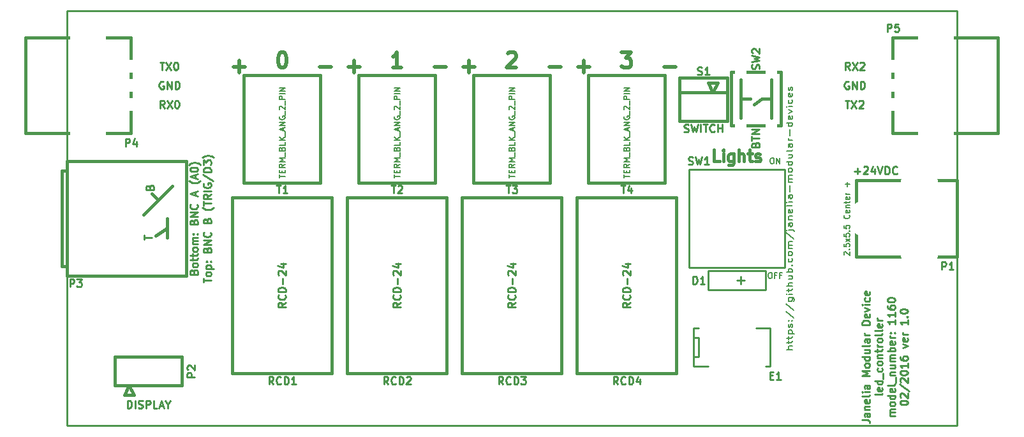
<source format=gto>
G04 #@! TF.FileFunction,Legend,Top*
%FSLAX46Y46*%
G04 Gerber Fmt 4.6, Leading zero omitted, Abs format (unit mm)*
G04 Created by KiCad (PCBNEW 0.201601280801+6517~42~ubuntu14.04.1-product) date Tue 09 Feb 2016 11:09:55 AM EST*
%MOMM*%
G01*
G04 APERTURE LIST*
%ADD10C,0.100000*%
%ADD11C,0.508000*%
%ADD12C,0.190500*%
%ADD13C,0.254000*%
%ADD14C,0.228600*%
%ADD15C,0.381000*%
%ADD16O,1.854200X2.540000*%
%ADD17R,1.854200X2.540000*%
%ADD18R,1.590040X2.667000*%
%ADD19C,1.930400*%
%ADD20O,4.572000X3.556000*%
%ADD21O,4.064000X5.080000*%
%ADD22O,5.080000X3.556000*%
%ADD23O,1.524000X2.540000*%
%ADD24C,3.937000*%
%ADD25O,2.540000X1.524000*%
%ADD26R,1.498600X2.997200*%
%ADD27O,5.080000X3.048000*%
%ADD28O,2.032000X1.524000*%
%ADD29O,1.524000X2.032000*%
%ADD30O,4.648200X3.378200*%
%ADD31R,2.540000X2.540000*%
%ADD32O,2.540000X2.540000*%
%ADD33R,2.032000X2.032000*%
%ADD34C,2.032000*%
%ADD35R,4.191000X1.778000*%
%ADD36C,2.159000*%
%ADD37R,4.826000X3.454400*%
G04 APERTURE END LIST*
D10*
D11*
X172580905Y-82695143D02*
X174129095Y-82695143D01*
X157340905Y-82695143D02*
X158889095Y-82695143D01*
X142100905Y-82695143D02*
X143649095Y-82695143D01*
X161150905Y-82695143D02*
X162699095Y-82695143D01*
X161925000Y-83469238D02*
X161925000Y-81921048D01*
X145910905Y-82695143D02*
X147459095Y-82695143D01*
X146685000Y-83469238D02*
X146685000Y-81921048D01*
X115430905Y-82695143D02*
X116979095Y-82695143D01*
X116205000Y-83469238D02*
X116205000Y-81921048D01*
X130670905Y-82695143D02*
X132219095Y-82695143D01*
X131445000Y-83469238D02*
X131445000Y-81921048D01*
X126860905Y-82695143D02*
X128409095Y-82695143D01*
X166962667Y-80802238D02*
X168220571Y-80802238D01*
X167543238Y-81576333D01*
X167833524Y-81576333D01*
X168027048Y-81673095D01*
X168123810Y-81769857D01*
X168220571Y-81963381D01*
X168220571Y-82447190D01*
X168123810Y-82640714D01*
X168027048Y-82737476D01*
X167833524Y-82834238D01*
X167252952Y-82834238D01*
X167059429Y-82737476D01*
X166962667Y-82640714D01*
X151819429Y-80995762D02*
X151916191Y-80899000D01*
X152109714Y-80802238D01*
X152593524Y-80802238D01*
X152787048Y-80899000D01*
X152883810Y-80995762D01*
X152980571Y-81189286D01*
X152980571Y-81382810D01*
X152883810Y-81673095D01*
X151722667Y-82834238D01*
X152980571Y-82834238D01*
X137740571Y-82834238D02*
X136579429Y-82834238D01*
X137160000Y-82834238D02*
X137160000Y-80802238D01*
X136966476Y-81092524D01*
X136772952Y-81286048D01*
X136579429Y-81382810D01*
X121823238Y-80802238D02*
X122016762Y-80802238D01*
X122210286Y-80899000D01*
X122307048Y-80995762D01*
X122403810Y-81189286D01*
X122500571Y-81576333D01*
X122500571Y-82060143D01*
X122403810Y-82447190D01*
X122307048Y-82640714D01*
X122210286Y-82737476D01*
X122016762Y-82834238D01*
X121823238Y-82834238D01*
X121629714Y-82737476D01*
X121532952Y-82640714D01*
X121436191Y-82447190D01*
X121339429Y-82060143D01*
X121339429Y-81576333D01*
X121436191Y-81189286D01*
X121532952Y-80995762D01*
X121629714Y-80899000D01*
X121823238Y-80802238D01*
D12*
X196505286Y-107732285D02*
X196469000Y-107695999D01*
X196432714Y-107623428D01*
X196432714Y-107441999D01*
X196469000Y-107369428D01*
X196505286Y-107333142D01*
X196577857Y-107296857D01*
X196650429Y-107296857D01*
X196759286Y-107333142D01*
X197194714Y-107768571D01*
X197194714Y-107296857D01*
X197122143Y-106970285D02*
X197158429Y-106934000D01*
X197194714Y-106970285D01*
X197158429Y-107006571D01*
X197122143Y-106970285D01*
X197194714Y-106970285D01*
X196432714Y-106244571D02*
X196432714Y-106607428D01*
X196795571Y-106643714D01*
X196759286Y-106607428D01*
X196723000Y-106534857D01*
X196723000Y-106353428D01*
X196759286Y-106280857D01*
X196795571Y-106244571D01*
X196868143Y-106208286D01*
X197049571Y-106208286D01*
X197122143Y-106244571D01*
X197158429Y-106280857D01*
X197194714Y-106353428D01*
X197194714Y-106534857D01*
X197158429Y-106607428D01*
X197122143Y-106643714D01*
X197194714Y-105954286D02*
X196686714Y-105555143D01*
X196686714Y-105954286D02*
X197194714Y-105555143D01*
X196432714Y-104902000D02*
X196432714Y-105264857D01*
X196795571Y-105301143D01*
X196759286Y-105264857D01*
X196723000Y-105192286D01*
X196723000Y-105010857D01*
X196759286Y-104938286D01*
X196795571Y-104902000D01*
X196868143Y-104865715D01*
X197049571Y-104865715D01*
X197122143Y-104902000D01*
X197158429Y-104938286D01*
X197194714Y-105010857D01*
X197194714Y-105192286D01*
X197158429Y-105264857D01*
X197122143Y-105301143D01*
X197122143Y-104539143D02*
X197158429Y-104502858D01*
X197194714Y-104539143D01*
X197158429Y-104575429D01*
X197122143Y-104539143D01*
X197194714Y-104539143D01*
X196432714Y-103813429D02*
X196432714Y-104176286D01*
X196795571Y-104212572D01*
X196759286Y-104176286D01*
X196723000Y-104103715D01*
X196723000Y-103922286D01*
X196759286Y-103849715D01*
X196795571Y-103813429D01*
X196868143Y-103777144D01*
X197049571Y-103777144D01*
X197122143Y-103813429D01*
X197158429Y-103849715D01*
X197194714Y-103922286D01*
X197194714Y-104103715D01*
X197158429Y-104176286D01*
X197122143Y-104212572D01*
X197122143Y-102434573D02*
X197158429Y-102470859D01*
X197194714Y-102579716D01*
X197194714Y-102652287D01*
X197158429Y-102761144D01*
X197085857Y-102833716D01*
X197013286Y-102870001D01*
X196868143Y-102906287D01*
X196759286Y-102906287D01*
X196614143Y-102870001D01*
X196541571Y-102833716D01*
X196469000Y-102761144D01*
X196432714Y-102652287D01*
X196432714Y-102579716D01*
X196469000Y-102470859D01*
X196505286Y-102434573D01*
X197158429Y-101817716D02*
X197194714Y-101890287D01*
X197194714Y-102035430D01*
X197158429Y-102108001D01*
X197085857Y-102144287D01*
X196795571Y-102144287D01*
X196723000Y-102108001D01*
X196686714Y-102035430D01*
X196686714Y-101890287D01*
X196723000Y-101817716D01*
X196795571Y-101781430D01*
X196868143Y-101781430D01*
X196940714Y-102144287D01*
X196686714Y-101454858D02*
X197194714Y-101454858D01*
X196759286Y-101454858D02*
X196723000Y-101418573D01*
X196686714Y-101346001D01*
X196686714Y-101237144D01*
X196723000Y-101164573D01*
X196795571Y-101128287D01*
X197194714Y-101128287D01*
X196686714Y-100874287D02*
X196686714Y-100584001D01*
X196432714Y-100765429D02*
X197085857Y-100765429D01*
X197158429Y-100729144D01*
X197194714Y-100656572D01*
X197194714Y-100584001D01*
X197158429Y-100039715D02*
X197194714Y-100112286D01*
X197194714Y-100257429D01*
X197158429Y-100330000D01*
X197085857Y-100366286D01*
X196795571Y-100366286D01*
X196723000Y-100330000D01*
X196686714Y-100257429D01*
X196686714Y-100112286D01*
X196723000Y-100039715D01*
X196795571Y-100003429D01*
X196868143Y-100003429D01*
X196940714Y-100366286D01*
X197194714Y-99676857D02*
X196686714Y-99676857D01*
X196831857Y-99676857D02*
X196759286Y-99640572D01*
X196723000Y-99604286D01*
X196686714Y-99531715D01*
X196686714Y-99459143D01*
X196904429Y-98624572D02*
X196904429Y-98044001D01*
X197194714Y-98334287D02*
X196614143Y-98334287D01*
D13*
X175260000Y-91343238D02*
X175405143Y-91391619D01*
X175647047Y-91391619D01*
X175743809Y-91343238D01*
X175792190Y-91294857D01*
X175840571Y-91198095D01*
X175840571Y-91101333D01*
X175792190Y-91004571D01*
X175743809Y-90956190D01*
X175647047Y-90907810D01*
X175453524Y-90859429D01*
X175356762Y-90811048D01*
X175308381Y-90762667D01*
X175260000Y-90665905D01*
X175260000Y-90569143D01*
X175308381Y-90472381D01*
X175356762Y-90424000D01*
X175453524Y-90375619D01*
X175695428Y-90375619D01*
X175840571Y-90424000D01*
X176179238Y-90375619D02*
X176421143Y-91391619D01*
X176614666Y-90665905D01*
X176808190Y-91391619D01*
X177050095Y-90375619D01*
X177437143Y-91391619D02*
X177437143Y-90375619D01*
X177775810Y-90375619D02*
X178356381Y-90375619D01*
X178066096Y-91391619D02*
X178066096Y-90375619D01*
X179275619Y-91294857D02*
X179227238Y-91343238D01*
X179082095Y-91391619D01*
X178985333Y-91391619D01*
X178840191Y-91343238D01*
X178743429Y-91246476D01*
X178695048Y-91149714D01*
X178646667Y-90956190D01*
X178646667Y-90811048D01*
X178695048Y-90617524D01*
X178743429Y-90520762D01*
X178840191Y-90424000D01*
X178985333Y-90375619D01*
X179082095Y-90375619D01*
X179227238Y-90424000D01*
X179275619Y-90472381D01*
X179711048Y-91391619D02*
X179711048Y-90375619D01*
X179711048Y-90859429D02*
X180291619Y-90859429D01*
X180291619Y-91391619D02*
X180291619Y-90375619D01*
D14*
X211455000Y-75311000D02*
X93345000Y-75311000D01*
X211455000Y-130429000D02*
X211455000Y-75311000D01*
X93345000Y-130429000D02*
X211455000Y-130429000D01*
X93345000Y-75311000D02*
X93345000Y-130429000D01*
D13*
X197853905Y-96592571D02*
X198628000Y-96592571D01*
X198240952Y-96979619D02*
X198240952Y-96205524D01*
X199063429Y-96060381D02*
X199111810Y-96012000D01*
X199208572Y-95963619D01*
X199450476Y-95963619D01*
X199547238Y-96012000D01*
X199595619Y-96060381D01*
X199644000Y-96157143D01*
X199644000Y-96253905D01*
X199595619Y-96399048D01*
X199015048Y-96979619D01*
X199644000Y-96979619D01*
X200514857Y-96302286D02*
X200514857Y-96979619D01*
X200272953Y-95915238D02*
X200031048Y-96640952D01*
X200660000Y-96640952D01*
X200901905Y-95963619D02*
X201240572Y-96979619D01*
X201579238Y-95963619D01*
X201917905Y-96979619D02*
X201917905Y-95963619D01*
X202159810Y-95963619D01*
X202304952Y-96012000D01*
X202401714Y-96108762D01*
X202450095Y-96205524D01*
X202498476Y-96399048D01*
X202498476Y-96544190D01*
X202450095Y-96737714D01*
X202401714Y-96834476D01*
X202304952Y-96931238D01*
X202159810Y-96979619D01*
X201917905Y-96979619D01*
X203514476Y-96882857D02*
X203466095Y-96931238D01*
X203320952Y-96979619D01*
X203224190Y-96979619D01*
X203079048Y-96931238D01*
X202982286Y-96834476D01*
X202933905Y-96737714D01*
X202885524Y-96544190D01*
X202885524Y-96399048D01*
X202933905Y-96205524D01*
X202982286Y-96108762D01*
X203079048Y-96012000D01*
X203224190Y-95963619D01*
X203320952Y-95963619D01*
X203466095Y-96012000D01*
X203514476Y-96060381D01*
X101358096Y-128094619D02*
X101358096Y-127078619D01*
X101600001Y-127078619D01*
X101745143Y-127127000D01*
X101841905Y-127223762D01*
X101890286Y-127320524D01*
X101938667Y-127514048D01*
X101938667Y-127659190D01*
X101890286Y-127852714D01*
X101841905Y-127949476D01*
X101745143Y-128046238D01*
X101600001Y-128094619D01*
X101358096Y-128094619D01*
X102374096Y-128094619D02*
X102374096Y-127078619D01*
X102809525Y-128046238D02*
X102954668Y-128094619D01*
X103196572Y-128094619D01*
X103293334Y-128046238D01*
X103341715Y-127997857D01*
X103390096Y-127901095D01*
X103390096Y-127804333D01*
X103341715Y-127707571D01*
X103293334Y-127659190D01*
X103196572Y-127610810D01*
X103003049Y-127562429D01*
X102906287Y-127514048D01*
X102857906Y-127465667D01*
X102809525Y-127368905D01*
X102809525Y-127272143D01*
X102857906Y-127175381D01*
X102906287Y-127127000D01*
X103003049Y-127078619D01*
X103244953Y-127078619D01*
X103390096Y-127127000D01*
X103825525Y-128094619D02*
X103825525Y-127078619D01*
X104212572Y-127078619D01*
X104309334Y-127127000D01*
X104357715Y-127175381D01*
X104406096Y-127272143D01*
X104406096Y-127417286D01*
X104357715Y-127514048D01*
X104309334Y-127562429D01*
X104212572Y-127610810D01*
X103825525Y-127610810D01*
X105325334Y-128094619D02*
X104841525Y-128094619D01*
X104841525Y-127078619D01*
X105615620Y-127804333D02*
X106099429Y-127804333D01*
X105518858Y-128094619D02*
X105857525Y-127078619D01*
X106196191Y-128094619D01*
X106728382Y-127610810D02*
X106728382Y-128094619D01*
X106389715Y-127078619D02*
X106728382Y-127610810D01*
X107067048Y-127078619D01*
D12*
X189574714Y-120287142D02*
X188812714Y-120287142D01*
X189574714Y-119851714D02*
X189175571Y-119851714D01*
X189103000Y-119900095D01*
X189066714Y-119996857D01*
X189066714Y-120141999D01*
X189103000Y-120238761D01*
X189139286Y-120287142D01*
X189066714Y-119513047D02*
X189066714Y-119125999D01*
X188812714Y-119367904D02*
X189465857Y-119367904D01*
X189538429Y-119319523D01*
X189574714Y-119222761D01*
X189574714Y-119125999D01*
X189066714Y-118932476D02*
X189066714Y-118545428D01*
X188812714Y-118787333D02*
X189465857Y-118787333D01*
X189538429Y-118738952D01*
X189574714Y-118642190D01*
X189574714Y-118545428D01*
X189066714Y-118206762D02*
X189828714Y-118206762D01*
X189103000Y-118206762D02*
X189066714Y-118110000D01*
X189066714Y-117916477D01*
X189103000Y-117819715D01*
X189139286Y-117771334D01*
X189211857Y-117722953D01*
X189429571Y-117722953D01*
X189502143Y-117771334D01*
X189538429Y-117819715D01*
X189574714Y-117916477D01*
X189574714Y-118110000D01*
X189538429Y-118206762D01*
X189538429Y-117335905D02*
X189574714Y-117239143D01*
X189574714Y-117045619D01*
X189538429Y-116948858D01*
X189465857Y-116900477D01*
X189429571Y-116900477D01*
X189357000Y-116948858D01*
X189320714Y-117045619D01*
X189320714Y-117190762D01*
X189284429Y-117287524D01*
X189211857Y-117335905D01*
X189175571Y-117335905D01*
X189103000Y-117287524D01*
X189066714Y-117190762D01*
X189066714Y-117045619D01*
X189103000Y-116948858D01*
X189502143Y-116465048D02*
X189538429Y-116416667D01*
X189574714Y-116465048D01*
X189538429Y-116513429D01*
X189502143Y-116465048D01*
X189574714Y-116465048D01*
X189103000Y-116465048D02*
X189139286Y-116416667D01*
X189175571Y-116465048D01*
X189139286Y-116513429D01*
X189103000Y-116465048D01*
X189175571Y-116465048D01*
X188776429Y-115255524D02*
X189756143Y-116126381D01*
X188776429Y-114191143D02*
X189756143Y-115062000D01*
X189066714Y-113417048D02*
X189683571Y-113417048D01*
X189756143Y-113465429D01*
X189792429Y-113513810D01*
X189828714Y-113610571D01*
X189828714Y-113755714D01*
X189792429Y-113852476D01*
X189538429Y-113417048D02*
X189574714Y-113513810D01*
X189574714Y-113707333D01*
X189538429Y-113804095D01*
X189502143Y-113852476D01*
X189429571Y-113900857D01*
X189211857Y-113900857D01*
X189139286Y-113852476D01*
X189103000Y-113804095D01*
X189066714Y-113707333D01*
X189066714Y-113513810D01*
X189103000Y-113417048D01*
X189574714Y-112933238D02*
X189066714Y-112933238D01*
X188812714Y-112933238D02*
X188849000Y-112981619D01*
X188885286Y-112933238D01*
X188849000Y-112884857D01*
X188812714Y-112933238D01*
X188885286Y-112933238D01*
X189066714Y-112594571D02*
X189066714Y-112207523D01*
X188812714Y-112449428D02*
X189465857Y-112449428D01*
X189538429Y-112401047D01*
X189574714Y-112304285D01*
X189574714Y-112207523D01*
X189574714Y-111868857D02*
X188812714Y-111868857D01*
X189574714Y-111433429D02*
X189175571Y-111433429D01*
X189103000Y-111481810D01*
X189066714Y-111578572D01*
X189066714Y-111723714D01*
X189103000Y-111820476D01*
X189139286Y-111868857D01*
X189066714Y-110514191D02*
X189574714Y-110514191D01*
X189066714Y-110949619D02*
X189465857Y-110949619D01*
X189538429Y-110901238D01*
X189574714Y-110804476D01*
X189574714Y-110659334D01*
X189538429Y-110562572D01*
X189502143Y-110514191D01*
X189574714Y-110030381D02*
X188812714Y-110030381D01*
X189103000Y-110030381D02*
X189066714Y-109933619D01*
X189066714Y-109740096D01*
X189103000Y-109643334D01*
X189139286Y-109594953D01*
X189211857Y-109546572D01*
X189429571Y-109546572D01*
X189502143Y-109594953D01*
X189538429Y-109643334D01*
X189574714Y-109740096D01*
X189574714Y-109933619D01*
X189538429Y-110030381D01*
X189502143Y-109111143D02*
X189538429Y-109062762D01*
X189574714Y-109111143D01*
X189538429Y-109159524D01*
X189502143Y-109111143D01*
X189574714Y-109111143D01*
X189538429Y-108191905D02*
X189574714Y-108288667D01*
X189574714Y-108482190D01*
X189538429Y-108578952D01*
X189502143Y-108627333D01*
X189429571Y-108675714D01*
X189211857Y-108675714D01*
X189139286Y-108627333D01*
X189103000Y-108578952D01*
X189066714Y-108482190D01*
X189066714Y-108288667D01*
X189103000Y-108191905D01*
X189574714Y-107611333D02*
X189538429Y-107708095D01*
X189502143Y-107756476D01*
X189429571Y-107804857D01*
X189211857Y-107804857D01*
X189139286Y-107756476D01*
X189103000Y-107708095D01*
X189066714Y-107611333D01*
X189066714Y-107466191D01*
X189103000Y-107369429D01*
X189139286Y-107321048D01*
X189211857Y-107272667D01*
X189429571Y-107272667D01*
X189502143Y-107321048D01*
X189538429Y-107369429D01*
X189574714Y-107466191D01*
X189574714Y-107611333D01*
X189574714Y-106837238D02*
X189066714Y-106837238D01*
X189139286Y-106837238D02*
X189103000Y-106788857D01*
X189066714Y-106692095D01*
X189066714Y-106546953D01*
X189103000Y-106450191D01*
X189175571Y-106401810D01*
X189574714Y-106401810D01*
X189175571Y-106401810D02*
X189103000Y-106353429D01*
X189066714Y-106256667D01*
X189066714Y-106111524D01*
X189103000Y-106014762D01*
X189175571Y-105966381D01*
X189574714Y-105966381D01*
X188776429Y-104756857D02*
X189756143Y-105627714D01*
X189066714Y-104418190D02*
X189719857Y-104418190D01*
X189792429Y-104466571D01*
X189828714Y-104563333D01*
X189828714Y-104611714D01*
X188812714Y-104418190D02*
X188849000Y-104466571D01*
X188885286Y-104418190D01*
X188849000Y-104369809D01*
X188812714Y-104418190D01*
X188885286Y-104418190D01*
X189574714Y-103498952D02*
X189175571Y-103498952D01*
X189103000Y-103547333D01*
X189066714Y-103644095D01*
X189066714Y-103837618D01*
X189103000Y-103934380D01*
X189538429Y-103498952D02*
X189574714Y-103595714D01*
X189574714Y-103837618D01*
X189538429Y-103934380D01*
X189465857Y-103982761D01*
X189393286Y-103982761D01*
X189320714Y-103934380D01*
X189284429Y-103837618D01*
X189284429Y-103595714D01*
X189248143Y-103498952D01*
X189066714Y-103015142D02*
X189574714Y-103015142D01*
X189139286Y-103015142D02*
X189103000Y-102966761D01*
X189066714Y-102869999D01*
X189066714Y-102724857D01*
X189103000Y-102628095D01*
X189175571Y-102579714D01*
X189574714Y-102579714D01*
X189538429Y-101708857D02*
X189574714Y-101805619D01*
X189574714Y-101999142D01*
X189538429Y-102095904D01*
X189465857Y-102144285D01*
X189175571Y-102144285D01*
X189103000Y-102095904D01*
X189066714Y-101999142D01*
X189066714Y-101805619D01*
X189103000Y-101708857D01*
X189175571Y-101660476D01*
X189248143Y-101660476D01*
X189320714Y-102144285D01*
X189574714Y-101079904D02*
X189538429Y-101176666D01*
X189465857Y-101225047D01*
X188812714Y-101225047D01*
X189574714Y-100692857D02*
X189066714Y-100692857D01*
X188812714Y-100692857D02*
X188849000Y-100741238D01*
X188885286Y-100692857D01*
X188849000Y-100644476D01*
X188812714Y-100692857D01*
X188885286Y-100692857D01*
X189574714Y-99773619D02*
X189175571Y-99773619D01*
X189103000Y-99822000D01*
X189066714Y-99918762D01*
X189066714Y-100112285D01*
X189103000Y-100209047D01*
X189538429Y-99773619D02*
X189574714Y-99870381D01*
X189574714Y-100112285D01*
X189538429Y-100209047D01*
X189465857Y-100257428D01*
X189393286Y-100257428D01*
X189320714Y-100209047D01*
X189284429Y-100112285D01*
X189284429Y-99870381D01*
X189248143Y-99773619D01*
X189284429Y-99289809D02*
X189284429Y-98515714D01*
X189574714Y-98031904D02*
X189066714Y-98031904D01*
X189139286Y-98031904D02*
X189103000Y-97983523D01*
X189066714Y-97886761D01*
X189066714Y-97741619D01*
X189103000Y-97644857D01*
X189175571Y-97596476D01*
X189574714Y-97596476D01*
X189175571Y-97596476D02*
X189103000Y-97548095D01*
X189066714Y-97451333D01*
X189066714Y-97306190D01*
X189103000Y-97209428D01*
X189175571Y-97161047D01*
X189574714Y-97161047D01*
X189574714Y-96532094D02*
X189538429Y-96628856D01*
X189502143Y-96677237D01*
X189429571Y-96725618D01*
X189211857Y-96725618D01*
X189139286Y-96677237D01*
X189103000Y-96628856D01*
X189066714Y-96532094D01*
X189066714Y-96386952D01*
X189103000Y-96290190D01*
X189139286Y-96241809D01*
X189211857Y-96193428D01*
X189429571Y-96193428D01*
X189502143Y-96241809D01*
X189538429Y-96290190D01*
X189574714Y-96386952D01*
X189574714Y-96532094D01*
X189574714Y-95322571D02*
X188812714Y-95322571D01*
X189538429Y-95322571D02*
X189574714Y-95419333D01*
X189574714Y-95612856D01*
X189538429Y-95709618D01*
X189502143Y-95757999D01*
X189429571Y-95806380D01*
X189211857Y-95806380D01*
X189139286Y-95757999D01*
X189103000Y-95709618D01*
X189066714Y-95612856D01*
X189066714Y-95419333D01*
X189103000Y-95322571D01*
X189066714Y-94403333D02*
X189574714Y-94403333D01*
X189066714Y-94838761D02*
X189465857Y-94838761D01*
X189538429Y-94790380D01*
X189574714Y-94693618D01*
X189574714Y-94548476D01*
X189538429Y-94451714D01*
X189502143Y-94403333D01*
X189574714Y-93774380D02*
X189538429Y-93871142D01*
X189465857Y-93919523D01*
X188812714Y-93919523D01*
X189574714Y-92951905D02*
X189175571Y-92951905D01*
X189103000Y-93000286D01*
X189066714Y-93097048D01*
X189066714Y-93290571D01*
X189103000Y-93387333D01*
X189538429Y-92951905D02*
X189574714Y-93048667D01*
X189574714Y-93290571D01*
X189538429Y-93387333D01*
X189465857Y-93435714D01*
X189393286Y-93435714D01*
X189320714Y-93387333D01*
X189284429Y-93290571D01*
X189284429Y-93048667D01*
X189248143Y-92951905D01*
X189574714Y-92468095D02*
X189066714Y-92468095D01*
X189211857Y-92468095D02*
X189139286Y-92419714D01*
X189103000Y-92371333D01*
X189066714Y-92274571D01*
X189066714Y-92177810D01*
X189284429Y-91839143D02*
X189284429Y-91065048D01*
X189574714Y-90145810D02*
X188812714Y-90145810D01*
X189538429Y-90145810D02*
X189574714Y-90242572D01*
X189574714Y-90436095D01*
X189538429Y-90532857D01*
X189502143Y-90581238D01*
X189429571Y-90629619D01*
X189211857Y-90629619D01*
X189139286Y-90581238D01*
X189103000Y-90532857D01*
X189066714Y-90436095D01*
X189066714Y-90242572D01*
X189103000Y-90145810D01*
X189538429Y-89274953D02*
X189574714Y-89371715D01*
X189574714Y-89565238D01*
X189538429Y-89662000D01*
X189465857Y-89710381D01*
X189175571Y-89710381D01*
X189103000Y-89662000D01*
X189066714Y-89565238D01*
X189066714Y-89371715D01*
X189103000Y-89274953D01*
X189175571Y-89226572D01*
X189248143Y-89226572D01*
X189320714Y-89710381D01*
X189066714Y-88887905D02*
X189574714Y-88646000D01*
X189066714Y-88404096D01*
X189574714Y-88017048D02*
X189066714Y-88017048D01*
X188812714Y-88017048D02*
X188849000Y-88065429D01*
X188885286Y-88017048D01*
X188849000Y-87968667D01*
X188812714Y-88017048D01*
X188885286Y-88017048D01*
X189538429Y-87097810D02*
X189574714Y-87194572D01*
X189574714Y-87388095D01*
X189538429Y-87484857D01*
X189502143Y-87533238D01*
X189429571Y-87581619D01*
X189211857Y-87581619D01*
X189139286Y-87533238D01*
X189103000Y-87484857D01*
X189066714Y-87388095D01*
X189066714Y-87194572D01*
X189103000Y-87097810D01*
X189538429Y-86275334D02*
X189574714Y-86372096D01*
X189574714Y-86565619D01*
X189538429Y-86662381D01*
X189465857Y-86710762D01*
X189175571Y-86710762D01*
X189103000Y-86662381D01*
X189066714Y-86565619D01*
X189066714Y-86372096D01*
X189103000Y-86275334D01*
X189175571Y-86226953D01*
X189248143Y-86226953D01*
X189320714Y-86710762D01*
X189538429Y-85839905D02*
X189574714Y-85743143D01*
X189574714Y-85549619D01*
X189538429Y-85452858D01*
X189465857Y-85404477D01*
X189429571Y-85404477D01*
X189357000Y-85452858D01*
X189320714Y-85549619D01*
X189320714Y-85694762D01*
X189284429Y-85791524D01*
X189211857Y-85839905D01*
X189175571Y-85839905D01*
X189103000Y-85791524D01*
X189066714Y-85694762D01*
X189066714Y-85549619D01*
X189103000Y-85452858D01*
D13*
X198859019Y-129679094D02*
X199584733Y-129679094D01*
X199729876Y-129727474D01*
X199826638Y-129824236D01*
X199875019Y-129969379D01*
X199875019Y-130066141D01*
X199875019Y-128759856D02*
X199342829Y-128759856D01*
X199246067Y-128808237D01*
X199197686Y-128904999D01*
X199197686Y-129098522D01*
X199246067Y-129195284D01*
X199826638Y-128759856D02*
X199875019Y-128856618D01*
X199875019Y-129098522D01*
X199826638Y-129195284D01*
X199729876Y-129243665D01*
X199633114Y-129243665D01*
X199536352Y-129195284D01*
X199487971Y-129098522D01*
X199487971Y-128856618D01*
X199439590Y-128759856D01*
X199197686Y-128276046D02*
X199875019Y-128276046D01*
X199294448Y-128276046D02*
X199246067Y-128227665D01*
X199197686Y-128130903D01*
X199197686Y-127985761D01*
X199246067Y-127888999D01*
X199342829Y-127840618D01*
X199875019Y-127840618D01*
X199826638Y-126969761D02*
X199875019Y-127066523D01*
X199875019Y-127260046D01*
X199826638Y-127356808D01*
X199729876Y-127405189D01*
X199342829Y-127405189D01*
X199246067Y-127356808D01*
X199197686Y-127260046D01*
X199197686Y-127066523D01*
X199246067Y-126969761D01*
X199342829Y-126921380D01*
X199439590Y-126921380D01*
X199536352Y-127405189D01*
X199875019Y-126340808D02*
X199826638Y-126437570D01*
X199729876Y-126485951D01*
X198859019Y-126485951D01*
X199875019Y-125953761D02*
X199197686Y-125953761D01*
X198859019Y-125953761D02*
X198907400Y-126002142D01*
X198955781Y-125953761D01*
X198907400Y-125905380D01*
X198859019Y-125953761D01*
X198955781Y-125953761D01*
X199875019Y-125034523D02*
X199342829Y-125034523D01*
X199246067Y-125082904D01*
X199197686Y-125179666D01*
X199197686Y-125373189D01*
X199246067Y-125469951D01*
X199826638Y-125034523D02*
X199875019Y-125131285D01*
X199875019Y-125373189D01*
X199826638Y-125469951D01*
X199729876Y-125518332D01*
X199633114Y-125518332D01*
X199536352Y-125469951D01*
X199487971Y-125373189D01*
X199487971Y-125131285D01*
X199439590Y-125034523D01*
X199875019Y-123776618D02*
X198859019Y-123776618D01*
X199584733Y-123437952D01*
X198859019Y-123099285D01*
X199875019Y-123099285D01*
X199875019Y-122470332D02*
X199826638Y-122567094D01*
X199778257Y-122615475D01*
X199681495Y-122663856D01*
X199391210Y-122663856D01*
X199294448Y-122615475D01*
X199246067Y-122567094D01*
X199197686Y-122470332D01*
X199197686Y-122325190D01*
X199246067Y-122228428D01*
X199294448Y-122180047D01*
X199391210Y-122131666D01*
X199681495Y-122131666D01*
X199778257Y-122180047D01*
X199826638Y-122228428D01*
X199875019Y-122325190D01*
X199875019Y-122470332D01*
X199875019Y-121260809D02*
X198859019Y-121260809D01*
X199826638Y-121260809D02*
X199875019Y-121357571D01*
X199875019Y-121551094D01*
X199826638Y-121647856D01*
X199778257Y-121696237D01*
X199681495Y-121744618D01*
X199391210Y-121744618D01*
X199294448Y-121696237D01*
X199246067Y-121647856D01*
X199197686Y-121551094D01*
X199197686Y-121357571D01*
X199246067Y-121260809D01*
X199197686Y-120341571D02*
X199875019Y-120341571D01*
X199197686Y-120776999D02*
X199729876Y-120776999D01*
X199826638Y-120728618D01*
X199875019Y-120631856D01*
X199875019Y-120486714D01*
X199826638Y-120389952D01*
X199778257Y-120341571D01*
X199875019Y-119712618D02*
X199826638Y-119809380D01*
X199729876Y-119857761D01*
X198859019Y-119857761D01*
X199875019Y-118890143D02*
X199342829Y-118890143D01*
X199246067Y-118938524D01*
X199197686Y-119035286D01*
X199197686Y-119228809D01*
X199246067Y-119325571D01*
X199826638Y-118890143D02*
X199875019Y-118986905D01*
X199875019Y-119228809D01*
X199826638Y-119325571D01*
X199729876Y-119373952D01*
X199633114Y-119373952D01*
X199536352Y-119325571D01*
X199487971Y-119228809D01*
X199487971Y-118986905D01*
X199439590Y-118890143D01*
X199875019Y-118406333D02*
X199197686Y-118406333D01*
X199391210Y-118406333D02*
X199294448Y-118357952D01*
X199246067Y-118309571D01*
X199197686Y-118212809D01*
X199197686Y-118116048D01*
X199875019Y-117003286D02*
X198859019Y-117003286D01*
X198859019Y-116761381D01*
X198907400Y-116616239D01*
X199004162Y-116519477D01*
X199100924Y-116471096D01*
X199294448Y-116422715D01*
X199439590Y-116422715D01*
X199633114Y-116471096D01*
X199729876Y-116519477D01*
X199826638Y-116616239D01*
X199875019Y-116761381D01*
X199875019Y-117003286D01*
X199826638Y-115600239D02*
X199875019Y-115697001D01*
X199875019Y-115890524D01*
X199826638Y-115987286D01*
X199729876Y-116035667D01*
X199342829Y-116035667D01*
X199246067Y-115987286D01*
X199197686Y-115890524D01*
X199197686Y-115697001D01*
X199246067Y-115600239D01*
X199342829Y-115551858D01*
X199439590Y-115551858D01*
X199536352Y-116035667D01*
X199197686Y-115213191D02*
X199875019Y-114971286D01*
X199197686Y-114729382D01*
X199875019Y-114342334D02*
X199197686Y-114342334D01*
X198859019Y-114342334D02*
X198907400Y-114390715D01*
X198955781Y-114342334D01*
X198907400Y-114293953D01*
X198859019Y-114342334D01*
X198955781Y-114342334D01*
X199826638Y-113423096D02*
X199875019Y-113519858D01*
X199875019Y-113713381D01*
X199826638Y-113810143D01*
X199778257Y-113858524D01*
X199681495Y-113906905D01*
X199391210Y-113906905D01*
X199294448Y-113858524D01*
X199246067Y-113810143D01*
X199197686Y-113713381D01*
X199197686Y-113519858D01*
X199246067Y-113423096D01*
X199826638Y-112600620D02*
X199875019Y-112697382D01*
X199875019Y-112890905D01*
X199826638Y-112987667D01*
X199729876Y-113036048D01*
X199342829Y-113036048D01*
X199246067Y-112987667D01*
X199197686Y-112890905D01*
X199197686Y-112697382D01*
X199246067Y-112600620D01*
X199342829Y-112552239D01*
X199439590Y-112552239D01*
X199536352Y-113036048D01*
X201551419Y-126147283D02*
X201503038Y-126244045D01*
X201406276Y-126292426D01*
X200535419Y-126292426D01*
X201503038Y-125373189D02*
X201551419Y-125469951D01*
X201551419Y-125663474D01*
X201503038Y-125760236D01*
X201406276Y-125808617D01*
X201019229Y-125808617D01*
X200922467Y-125760236D01*
X200874086Y-125663474D01*
X200874086Y-125469951D01*
X200922467Y-125373189D01*
X201019229Y-125324808D01*
X201115990Y-125324808D01*
X201212752Y-125808617D01*
X201551419Y-124453951D02*
X200535419Y-124453951D01*
X201503038Y-124453951D02*
X201551419Y-124550713D01*
X201551419Y-124744236D01*
X201503038Y-124840998D01*
X201454657Y-124889379D01*
X201357895Y-124937760D01*
X201067610Y-124937760D01*
X200970848Y-124889379D01*
X200922467Y-124840998D01*
X200874086Y-124744236D01*
X200874086Y-124550713D01*
X200922467Y-124453951D01*
X201648181Y-124212046D02*
X201648181Y-123437951D01*
X201503038Y-122760618D02*
X201551419Y-122857380D01*
X201551419Y-123050903D01*
X201503038Y-123147665D01*
X201454657Y-123196046D01*
X201357895Y-123244427D01*
X201067610Y-123244427D01*
X200970848Y-123196046D01*
X200922467Y-123147665D01*
X200874086Y-123050903D01*
X200874086Y-122857380D01*
X200922467Y-122760618D01*
X201551419Y-122180046D02*
X201503038Y-122276808D01*
X201454657Y-122325189D01*
X201357895Y-122373570D01*
X201067610Y-122373570D01*
X200970848Y-122325189D01*
X200922467Y-122276808D01*
X200874086Y-122180046D01*
X200874086Y-122034904D01*
X200922467Y-121938142D01*
X200970848Y-121889761D01*
X201067610Y-121841380D01*
X201357895Y-121841380D01*
X201454657Y-121889761D01*
X201503038Y-121938142D01*
X201551419Y-122034904D01*
X201551419Y-122180046D01*
X200874086Y-121405951D02*
X201551419Y-121405951D01*
X200970848Y-121405951D02*
X200922467Y-121357570D01*
X200874086Y-121260808D01*
X200874086Y-121115666D01*
X200922467Y-121018904D01*
X201019229Y-120970523D01*
X201551419Y-120970523D01*
X200874086Y-120631856D02*
X200874086Y-120244808D01*
X200535419Y-120486713D02*
X201406276Y-120486713D01*
X201503038Y-120438332D01*
X201551419Y-120341570D01*
X201551419Y-120244808D01*
X201551419Y-119906142D02*
X200874086Y-119906142D01*
X201067610Y-119906142D02*
X200970848Y-119857761D01*
X200922467Y-119809380D01*
X200874086Y-119712618D01*
X200874086Y-119615857D01*
X201551419Y-119132047D02*
X201503038Y-119228809D01*
X201454657Y-119277190D01*
X201357895Y-119325571D01*
X201067610Y-119325571D01*
X200970848Y-119277190D01*
X200922467Y-119228809D01*
X200874086Y-119132047D01*
X200874086Y-118986905D01*
X200922467Y-118890143D01*
X200970848Y-118841762D01*
X201067610Y-118793381D01*
X201357895Y-118793381D01*
X201454657Y-118841762D01*
X201503038Y-118890143D01*
X201551419Y-118986905D01*
X201551419Y-119132047D01*
X201551419Y-118212809D02*
X201503038Y-118309571D01*
X201406276Y-118357952D01*
X200535419Y-118357952D01*
X201551419Y-117680619D02*
X201503038Y-117777381D01*
X201406276Y-117825762D01*
X200535419Y-117825762D01*
X201503038Y-116906525D02*
X201551419Y-117003287D01*
X201551419Y-117196810D01*
X201503038Y-117293572D01*
X201406276Y-117341953D01*
X201019229Y-117341953D01*
X200922467Y-117293572D01*
X200874086Y-117196810D01*
X200874086Y-117003287D01*
X200922467Y-116906525D01*
X201019229Y-116858144D01*
X201115990Y-116858144D01*
X201212752Y-117341953D01*
X201551419Y-116422715D02*
X200874086Y-116422715D01*
X201067610Y-116422715D02*
X200970848Y-116374334D01*
X200922467Y-116325953D01*
X200874086Y-116229191D01*
X200874086Y-116132430D01*
X203227819Y-129098523D02*
X202550486Y-129098523D01*
X202647248Y-129098523D02*
X202598867Y-129050142D01*
X202550486Y-128953380D01*
X202550486Y-128808238D01*
X202598867Y-128711476D01*
X202695629Y-128663095D01*
X203227819Y-128663095D01*
X202695629Y-128663095D02*
X202598867Y-128614714D01*
X202550486Y-128517952D01*
X202550486Y-128372809D01*
X202598867Y-128276047D01*
X202695629Y-128227666D01*
X203227819Y-128227666D01*
X203227819Y-127598713D02*
X203179438Y-127695475D01*
X203131057Y-127743856D01*
X203034295Y-127792237D01*
X202744010Y-127792237D01*
X202647248Y-127743856D01*
X202598867Y-127695475D01*
X202550486Y-127598713D01*
X202550486Y-127453571D01*
X202598867Y-127356809D01*
X202647248Y-127308428D01*
X202744010Y-127260047D01*
X203034295Y-127260047D01*
X203131057Y-127308428D01*
X203179438Y-127356809D01*
X203227819Y-127453571D01*
X203227819Y-127598713D01*
X203227819Y-126389190D02*
X202211819Y-126389190D01*
X203179438Y-126389190D02*
X203227819Y-126485952D01*
X203227819Y-126679475D01*
X203179438Y-126776237D01*
X203131057Y-126824618D01*
X203034295Y-126872999D01*
X202744010Y-126872999D01*
X202647248Y-126824618D01*
X202598867Y-126776237D01*
X202550486Y-126679475D01*
X202550486Y-126485952D01*
X202598867Y-126389190D01*
X203179438Y-125518333D02*
X203227819Y-125615095D01*
X203227819Y-125808618D01*
X203179438Y-125905380D01*
X203082676Y-125953761D01*
X202695629Y-125953761D01*
X202598867Y-125905380D01*
X202550486Y-125808618D01*
X202550486Y-125615095D01*
X202598867Y-125518333D01*
X202695629Y-125469952D01*
X202792390Y-125469952D01*
X202889152Y-125953761D01*
X203227819Y-124889380D02*
X203179438Y-124986142D01*
X203082676Y-125034523D01*
X202211819Y-125034523D01*
X203324581Y-124744238D02*
X203324581Y-123970143D01*
X202550486Y-123728238D02*
X203227819Y-123728238D01*
X202647248Y-123728238D02*
X202598867Y-123679857D01*
X202550486Y-123583095D01*
X202550486Y-123437953D01*
X202598867Y-123341191D01*
X202695629Y-123292810D01*
X203227819Y-123292810D01*
X202550486Y-122373572D02*
X203227819Y-122373572D01*
X202550486Y-122809000D02*
X203082676Y-122809000D01*
X203179438Y-122760619D01*
X203227819Y-122663857D01*
X203227819Y-122518715D01*
X203179438Y-122421953D01*
X203131057Y-122373572D01*
X203227819Y-121889762D02*
X202550486Y-121889762D01*
X202647248Y-121889762D02*
X202598867Y-121841381D01*
X202550486Y-121744619D01*
X202550486Y-121599477D01*
X202598867Y-121502715D01*
X202695629Y-121454334D01*
X203227819Y-121454334D01*
X202695629Y-121454334D02*
X202598867Y-121405953D01*
X202550486Y-121309191D01*
X202550486Y-121164048D01*
X202598867Y-121067286D01*
X202695629Y-121018905D01*
X203227819Y-121018905D01*
X203227819Y-120535095D02*
X202211819Y-120535095D01*
X202598867Y-120535095D02*
X202550486Y-120438333D01*
X202550486Y-120244810D01*
X202598867Y-120148048D01*
X202647248Y-120099667D01*
X202744010Y-120051286D01*
X203034295Y-120051286D01*
X203131057Y-120099667D01*
X203179438Y-120148048D01*
X203227819Y-120244810D01*
X203227819Y-120438333D01*
X203179438Y-120535095D01*
X203179438Y-119228810D02*
X203227819Y-119325572D01*
X203227819Y-119519095D01*
X203179438Y-119615857D01*
X203082676Y-119664238D01*
X202695629Y-119664238D01*
X202598867Y-119615857D01*
X202550486Y-119519095D01*
X202550486Y-119325572D01*
X202598867Y-119228810D01*
X202695629Y-119180429D01*
X202792390Y-119180429D01*
X202889152Y-119664238D01*
X203227819Y-118745000D02*
X202550486Y-118745000D01*
X202744010Y-118745000D02*
X202647248Y-118696619D01*
X202598867Y-118648238D01*
X202550486Y-118551476D01*
X202550486Y-118454715D01*
X203131057Y-118116048D02*
X203179438Y-118067667D01*
X203227819Y-118116048D01*
X203179438Y-118164429D01*
X203131057Y-118116048D01*
X203227819Y-118116048D01*
X202598867Y-118116048D02*
X202647248Y-118067667D01*
X202695629Y-118116048D01*
X202647248Y-118164429D01*
X202598867Y-118116048D01*
X202695629Y-118116048D01*
X203227819Y-116325953D02*
X203227819Y-116906524D01*
X203227819Y-116616238D02*
X202211819Y-116616238D01*
X202356962Y-116713000D01*
X202453724Y-116809762D01*
X202502105Y-116906524D01*
X203227819Y-115358334D02*
X203227819Y-115938905D01*
X203227819Y-115648619D02*
X202211819Y-115648619D01*
X202356962Y-115745381D01*
X202453724Y-115842143D01*
X202502105Y-115938905D01*
X202211819Y-114487477D02*
X202211819Y-114681000D01*
X202260200Y-114777762D01*
X202308581Y-114826143D01*
X202453724Y-114922905D01*
X202647248Y-114971286D01*
X203034295Y-114971286D01*
X203131057Y-114922905D01*
X203179438Y-114874524D01*
X203227819Y-114777762D01*
X203227819Y-114584239D01*
X203179438Y-114487477D01*
X203131057Y-114439096D01*
X203034295Y-114390715D01*
X202792390Y-114390715D01*
X202695629Y-114439096D01*
X202647248Y-114487477D01*
X202598867Y-114584239D01*
X202598867Y-114777762D01*
X202647248Y-114874524D01*
X202695629Y-114922905D01*
X202792390Y-114971286D01*
X202211819Y-113761762D02*
X202211819Y-113665001D01*
X202260200Y-113568239D01*
X202308581Y-113519858D01*
X202405343Y-113471477D01*
X202598867Y-113423096D01*
X202840771Y-113423096D01*
X203034295Y-113471477D01*
X203131057Y-113519858D01*
X203179438Y-113568239D01*
X203227819Y-113665001D01*
X203227819Y-113761762D01*
X203179438Y-113858524D01*
X203131057Y-113906905D01*
X203034295Y-113955286D01*
X202840771Y-114003667D01*
X202598867Y-114003667D01*
X202405343Y-113955286D01*
X202308581Y-113906905D01*
X202260200Y-113858524D01*
X202211819Y-113761762D01*
X203888219Y-127405189D02*
X203888219Y-127308428D01*
X203936600Y-127211666D01*
X203984981Y-127163285D01*
X204081743Y-127114904D01*
X204275267Y-127066523D01*
X204517171Y-127066523D01*
X204710695Y-127114904D01*
X204807457Y-127163285D01*
X204855838Y-127211666D01*
X204904219Y-127308428D01*
X204904219Y-127405189D01*
X204855838Y-127501951D01*
X204807457Y-127550332D01*
X204710695Y-127598713D01*
X204517171Y-127647094D01*
X204275267Y-127647094D01*
X204081743Y-127598713D01*
X203984981Y-127550332D01*
X203936600Y-127501951D01*
X203888219Y-127405189D01*
X203984981Y-126679475D02*
X203936600Y-126631094D01*
X203888219Y-126534332D01*
X203888219Y-126292428D01*
X203936600Y-126195666D01*
X203984981Y-126147285D01*
X204081743Y-126098904D01*
X204178505Y-126098904D01*
X204323648Y-126147285D01*
X204904219Y-126727856D01*
X204904219Y-126098904D01*
X203839838Y-124937761D02*
X205146124Y-125808618D01*
X203984981Y-124647475D02*
X203936600Y-124599094D01*
X203888219Y-124502332D01*
X203888219Y-124260428D01*
X203936600Y-124163666D01*
X203984981Y-124115285D01*
X204081743Y-124066904D01*
X204178505Y-124066904D01*
X204323648Y-124115285D01*
X204904219Y-124695856D01*
X204904219Y-124066904D01*
X203888219Y-123437951D02*
X203888219Y-123341190D01*
X203936600Y-123244428D01*
X203984981Y-123196047D01*
X204081743Y-123147666D01*
X204275267Y-123099285D01*
X204517171Y-123099285D01*
X204710695Y-123147666D01*
X204807457Y-123196047D01*
X204855838Y-123244428D01*
X204904219Y-123341190D01*
X204904219Y-123437951D01*
X204855838Y-123534713D01*
X204807457Y-123583094D01*
X204710695Y-123631475D01*
X204517171Y-123679856D01*
X204275267Y-123679856D01*
X204081743Y-123631475D01*
X203984981Y-123583094D01*
X203936600Y-123534713D01*
X203888219Y-123437951D01*
X204904219Y-122131666D02*
X204904219Y-122712237D01*
X204904219Y-122421951D02*
X203888219Y-122421951D01*
X204033362Y-122518713D01*
X204130124Y-122615475D01*
X204178505Y-122712237D01*
X203888219Y-121260809D02*
X203888219Y-121454332D01*
X203936600Y-121551094D01*
X203984981Y-121599475D01*
X204130124Y-121696237D01*
X204323648Y-121744618D01*
X204710695Y-121744618D01*
X204807457Y-121696237D01*
X204855838Y-121647856D01*
X204904219Y-121551094D01*
X204904219Y-121357571D01*
X204855838Y-121260809D01*
X204807457Y-121212428D01*
X204710695Y-121164047D01*
X204468790Y-121164047D01*
X204372029Y-121212428D01*
X204323648Y-121260809D01*
X204275267Y-121357571D01*
X204275267Y-121551094D01*
X204323648Y-121647856D01*
X204372029Y-121696237D01*
X204468790Y-121744618D01*
X204226886Y-120051285D02*
X204904219Y-119809380D01*
X204226886Y-119567476D01*
X204855838Y-118793381D02*
X204904219Y-118890143D01*
X204904219Y-119083666D01*
X204855838Y-119180428D01*
X204759076Y-119228809D01*
X204372029Y-119228809D01*
X204275267Y-119180428D01*
X204226886Y-119083666D01*
X204226886Y-118890143D01*
X204275267Y-118793381D01*
X204372029Y-118745000D01*
X204468790Y-118745000D01*
X204565552Y-119228809D01*
X204904219Y-118309571D02*
X204226886Y-118309571D01*
X204420410Y-118309571D02*
X204323648Y-118261190D01*
X204275267Y-118212809D01*
X204226886Y-118116047D01*
X204226886Y-118019286D01*
X204904219Y-116374334D02*
X204904219Y-116954905D01*
X204904219Y-116664619D02*
X203888219Y-116664619D01*
X204033362Y-116761381D01*
X204130124Y-116858143D01*
X204178505Y-116954905D01*
X204807457Y-115938905D02*
X204855838Y-115890524D01*
X204904219Y-115938905D01*
X204855838Y-115987286D01*
X204807457Y-115938905D01*
X204904219Y-115938905D01*
X203888219Y-115261571D02*
X203888219Y-115164810D01*
X203936600Y-115068048D01*
X203984981Y-115019667D01*
X204081743Y-114971286D01*
X204275267Y-114922905D01*
X204517171Y-114922905D01*
X204710695Y-114971286D01*
X204807457Y-115019667D01*
X204855838Y-115068048D01*
X204904219Y-115164810D01*
X204904219Y-115261571D01*
X204855838Y-115358333D01*
X204807457Y-115406714D01*
X204710695Y-115455095D01*
X204517171Y-115503476D01*
X204275267Y-115503476D01*
X204081743Y-115455095D01*
X203984981Y-115406714D01*
X203936600Y-115358333D01*
X203888219Y-115261571D01*
D15*
X108585000Y-121285000D02*
X99695000Y-121285000D01*
X108585000Y-125095000D02*
X99695000Y-125095000D01*
X102235000Y-126365000D02*
X101600000Y-125095000D01*
X101600000Y-125095000D02*
X100965000Y-126365000D01*
X100965000Y-126365000D02*
X102235000Y-126365000D01*
X108585000Y-125095000D02*
X108585000Y-121285000D01*
X99695000Y-121285000D02*
X99695000Y-125095000D01*
X185547000Y-86995000D02*
X184531000Y-87757000D01*
X186817000Y-86995000D02*
X185547000Y-86995000D01*
X182753000Y-86995000D02*
X184023000Y-86995000D01*
X186817000Y-89535000D02*
X186817000Y-84455000D01*
X182753000Y-89535000D02*
X182753000Y-84455000D01*
X181483000Y-90551000D02*
X188087000Y-90551000D01*
X188087000Y-90551000D02*
X188087000Y-83439000D01*
X188087000Y-83439000D02*
X181483000Y-83439000D01*
X181483000Y-83439000D02*
X181483000Y-90551000D01*
X198120000Y-97790000D02*
X198120000Y-107950000D01*
X198120000Y-107950000D02*
X211455000Y-107950000D01*
X198120000Y-97790000D02*
X211455000Y-97790000D01*
X211455000Y-97790000D02*
X211455000Y-107950000D01*
D14*
X176530000Y-118745000D02*
X177165000Y-118745000D01*
X177165000Y-118745000D02*
X177165000Y-121285000D01*
X177165000Y-121285000D02*
X176530000Y-121285000D01*
X176530000Y-117475000D02*
X177165000Y-117475000D01*
X186055000Y-122555000D02*
X186690000Y-122555000D01*
X186690000Y-117475000D02*
X184785000Y-117475000D01*
X176530000Y-122555000D02*
X178435000Y-122555000D01*
X186690000Y-117475000D02*
X186690000Y-122555000D01*
X176530000Y-117475000D02*
X176530000Y-122555000D01*
D15*
X174625000Y-89916000D02*
X180975000Y-89916000D01*
X174625000Y-86106000D02*
X180975000Y-86106000D01*
X174625000Y-84201000D02*
X180975000Y-84201000D01*
X178435000Y-84836000D02*
X179070000Y-86106000D01*
X179070000Y-86106000D02*
X179705000Y-84836000D01*
X179705000Y-84836000D02*
X178435000Y-84836000D01*
X180975000Y-84201000D02*
X180975000Y-86106000D01*
X174625000Y-84201000D02*
X174625000Y-86106000D01*
X174625000Y-86106000D02*
X174625000Y-89916000D01*
X180975000Y-89916000D02*
X180975000Y-86106000D01*
X105410000Y-100330000D02*
X104648000Y-99568000D01*
X106680000Y-104140000D02*
X105156000Y-105156000D01*
X93345000Y-109220000D02*
X92710000Y-109220000D01*
X92710000Y-109220000D02*
X92710000Y-96520000D01*
X92710000Y-96520000D02*
X93345000Y-96520000D01*
X93345000Y-110490000D02*
X109220000Y-110490000D01*
X109220000Y-110490000D02*
X109220000Y-95250000D01*
X109220000Y-95250000D02*
X93345000Y-95250000D01*
X93345000Y-95250000D02*
X93345000Y-110490000D01*
X107315000Y-98552000D02*
X103505000Y-102362000D01*
X106680000Y-102870000D02*
X106680000Y-105410000D01*
D14*
X188595000Y-109372400D02*
X188595000Y-96367600D01*
X188595000Y-96367600D02*
X175895000Y-96367600D01*
X175895000Y-96367600D02*
X175895000Y-109372400D01*
X175895000Y-109372400D02*
X188595000Y-109372400D01*
X182753000Y-110617000D02*
X182753000Y-111633000D01*
X182245000Y-111125000D02*
X183261000Y-111125000D01*
X186055000Y-109855000D02*
X186055000Y-112395000D01*
X186055000Y-112395000D02*
X178435000Y-112395000D01*
X178435000Y-112395000D02*
X178435000Y-109855000D01*
X178435000Y-109855000D02*
X186055000Y-109855000D01*
D15*
X116840000Y-98120200D02*
X127000000Y-98120200D01*
X116840000Y-83870800D02*
X127000000Y-83870800D01*
X127000000Y-83870800D02*
X127000000Y-98120200D01*
X116840000Y-83870800D02*
X116840000Y-98120200D01*
X132080000Y-98120200D02*
X142240000Y-98120200D01*
X132080000Y-83870800D02*
X142240000Y-83870800D01*
X142240000Y-83870800D02*
X142240000Y-98120200D01*
X132080000Y-83870800D02*
X132080000Y-98120200D01*
X147320000Y-98120200D02*
X157480000Y-98120200D01*
X147320000Y-83870800D02*
X157480000Y-83870800D01*
X157480000Y-83870800D02*
X157480000Y-98120200D01*
X147320000Y-83870800D02*
X147320000Y-98120200D01*
X162560000Y-98120200D02*
X172720000Y-98120200D01*
X162560000Y-83870800D02*
X172720000Y-83870800D01*
X172720000Y-83870800D02*
X172720000Y-98120200D01*
X162560000Y-83870800D02*
X162560000Y-98120200D01*
X161036000Y-123444000D02*
X174244000Y-123444000D01*
X174244000Y-123444000D02*
X174244000Y-100076000D01*
X174244000Y-100076000D02*
X161036000Y-100076000D01*
X161036000Y-100076000D02*
X161036000Y-123444000D01*
X145796000Y-123444000D02*
X159004000Y-123444000D01*
X159004000Y-123444000D02*
X159004000Y-100076000D01*
X159004000Y-100076000D02*
X145796000Y-100076000D01*
X145796000Y-100076000D02*
X145796000Y-123444000D01*
X130556000Y-123444000D02*
X143764000Y-123444000D01*
X143764000Y-123444000D02*
X143764000Y-100076000D01*
X143764000Y-100076000D02*
X130556000Y-100076000D01*
X130556000Y-100076000D02*
X130556000Y-123444000D01*
X115316000Y-123444000D02*
X128524000Y-123444000D01*
X128524000Y-123444000D02*
X128524000Y-100076000D01*
X128524000Y-100076000D02*
X115316000Y-100076000D01*
X115316000Y-100076000D02*
X115316000Y-123444000D01*
X216916000Y-78867000D02*
X216916000Y-91567000D01*
X216916000Y-91567000D02*
X202946000Y-91567000D01*
X216916000Y-78867000D02*
X202946000Y-78867000D01*
X202946000Y-78867000D02*
X202946000Y-91567000D01*
X87884000Y-91567000D02*
X87884000Y-78867000D01*
X87884000Y-78867000D02*
X101854000Y-78867000D01*
X87884000Y-91567000D02*
X101854000Y-91567000D01*
X101854000Y-91567000D02*
X101854000Y-78867000D01*
D13*
X110314619Y-123939904D02*
X109298619Y-123939904D01*
X109298619Y-123552857D01*
X109347000Y-123456095D01*
X109395381Y-123407714D01*
X109492143Y-123359333D01*
X109637286Y-123359333D01*
X109734048Y-123407714D01*
X109782429Y-123456095D01*
X109830810Y-123552857D01*
X109830810Y-123939904D01*
X109395381Y-122972285D02*
X109347000Y-122923904D01*
X109298619Y-122827142D01*
X109298619Y-122585238D01*
X109347000Y-122488476D01*
X109395381Y-122440095D01*
X109492143Y-122391714D01*
X109588905Y-122391714D01*
X109734048Y-122440095D01*
X110314619Y-123020666D01*
X110314619Y-122391714D01*
X185196238Y-83015666D02*
X185244619Y-82870523D01*
X185244619Y-82628619D01*
X185196238Y-82531857D01*
X185147857Y-82483476D01*
X185051095Y-82435095D01*
X184954333Y-82435095D01*
X184857571Y-82483476D01*
X184809190Y-82531857D01*
X184760810Y-82628619D01*
X184712429Y-82822142D01*
X184664048Y-82918904D01*
X184615667Y-82967285D01*
X184518905Y-83015666D01*
X184422143Y-83015666D01*
X184325381Y-82967285D01*
X184277000Y-82918904D01*
X184228619Y-82822142D01*
X184228619Y-82580238D01*
X184277000Y-82435095D01*
X184228619Y-82096428D02*
X185244619Y-81854523D01*
X184518905Y-81661000D01*
X185244619Y-81467476D01*
X184228619Y-81225571D01*
X184325381Y-80886904D02*
X184277000Y-80838523D01*
X184228619Y-80741761D01*
X184228619Y-80499857D01*
X184277000Y-80403095D01*
X184325381Y-80354714D01*
X184422143Y-80306333D01*
X184518905Y-80306333D01*
X184664048Y-80354714D01*
X185244619Y-80935285D01*
X185244619Y-80306333D01*
X184712429Y-93048667D02*
X184760810Y-92903524D01*
X184809190Y-92855143D01*
X184905952Y-92806762D01*
X185051095Y-92806762D01*
X185147857Y-92855143D01*
X185196238Y-92903524D01*
X185244619Y-93000286D01*
X185244619Y-93387333D01*
X184228619Y-93387333D01*
X184228619Y-93048667D01*
X184277000Y-92951905D01*
X184325381Y-92903524D01*
X184422143Y-92855143D01*
X184518905Y-92855143D01*
X184615667Y-92903524D01*
X184664048Y-92951905D01*
X184712429Y-93048667D01*
X184712429Y-93387333D01*
X184228619Y-92516476D02*
X184228619Y-91935905D01*
X185244619Y-92226190D02*
X184228619Y-92226190D01*
X185244619Y-91597238D02*
X184228619Y-91597238D01*
X185244619Y-91016667D01*
X184228619Y-91016667D01*
X209435096Y-109679619D02*
X209435096Y-108663619D01*
X209822143Y-108663619D01*
X209918905Y-108712000D01*
X209967286Y-108760381D01*
X210015667Y-108857143D01*
X210015667Y-109002286D01*
X209967286Y-109099048D01*
X209918905Y-109147429D01*
X209822143Y-109195810D01*
X209435096Y-109195810D01*
X210983286Y-109679619D02*
X210402715Y-109679619D01*
X210693001Y-109679619D02*
X210693001Y-108663619D01*
X210596239Y-108808762D01*
X210499477Y-108905524D01*
X210402715Y-108953905D01*
X186623477Y-123752429D02*
X186962143Y-123752429D01*
X187107286Y-124284619D02*
X186623477Y-124284619D01*
X186623477Y-123268619D01*
X187107286Y-123268619D01*
X188074905Y-124284619D02*
X187494334Y-124284619D01*
X187784620Y-124284619D02*
X187784620Y-123268619D01*
X187687858Y-123413762D01*
X187591096Y-123510524D01*
X187494334Y-123558905D01*
X177025905Y-83723238D02*
X177171048Y-83771619D01*
X177412952Y-83771619D01*
X177509714Y-83723238D01*
X177558095Y-83674857D01*
X177606476Y-83578095D01*
X177606476Y-83481333D01*
X177558095Y-83384571D01*
X177509714Y-83336190D01*
X177412952Y-83287810D01*
X177219429Y-83239429D01*
X177122667Y-83191048D01*
X177074286Y-83142667D01*
X177025905Y-83045905D01*
X177025905Y-82949143D01*
X177074286Y-82852381D01*
X177122667Y-82804000D01*
X177219429Y-82755619D01*
X177461333Y-82755619D01*
X177606476Y-82804000D01*
X178574095Y-83771619D02*
X177993524Y-83771619D01*
X178283810Y-83771619D02*
X178283810Y-82755619D01*
X178187048Y-82900762D01*
X178090286Y-82997524D01*
X177993524Y-83045905D01*
X93738096Y-111965619D02*
X93738096Y-110949619D01*
X94125143Y-110949619D01*
X94221905Y-110998000D01*
X94270286Y-111046381D01*
X94318667Y-111143143D01*
X94318667Y-111288286D01*
X94270286Y-111385048D01*
X94221905Y-111433429D01*
X94125143Y-111481810D01*
X93738096Y-111481810D01*
X94657334Y-110949619D02*
X95286286Y-110949619D01*
X94947620Y-111336667D01*
X95092762Y-111336667D01*
X95189524Y-111385048D01*
X95237905Y-111433429D01*
X95286286Y-111530190D01*
X95286286Y-111772095D01*
X95237905Y-111868857D01*
X95189524Y-111917238D01*
X95092762Y-111965619D01*
X94802477Y-111965619D01*
X94705715Y-111917238D01*
X94657334Y-111868857D01*
X111457619Y-111385047D02*
X111457619Y-110804476D01*
X112473619Y-111094761D02*
X111457619Y-111094761D01*
X112473619Y-110320666D02*
X112425238Y-110417428D01*
X112376857Y-110465809D01*
X112280095Y-110514190D01*
X111989810Y-110514190D01*
X111893048Y-110465809D01*
X111844667Y-110417428D01*
X111796286Y-110320666D01*
X111796286Y-110175524D01*
X111844667Y-110078762D01*
X111893048Y-110030381D01*
X111989810Y-109982000D01*
X112280095Y-109982000D01*
X112376857Y-110030381D01*
X112425238Y-110078762D01*
X112473619Y-110175524D01*
X112473619Y-110320666D01*
X111796286Y-109546571D02*
X112812286Y-109546571D01*
X111844667Y-109546571D02*
X111796286Y-109449809D01*
X111796286Y-109256286D01*
X111844667Y-109159524D01*
X111893048Y-109111143D01*
X111989810Y-109062762D01*
X112280095Y-109062762D01*
X112376857Y-109111143D01*
X112425238Y-109159524D01*
X112473619Y-109256286D01*
X112473619Y-109449809D01*
X112425238Y-109546571D01*
X112376857Y-108627333D02*
X112425238Y-108578952D01*
X112473619Y-108627333D01*
X112425238Y-108675714D01*
X112376857Y-108627333D01*
X112473619Y-108627333D01*
X111844667Y-108627333D02*
X111893048Y-108578952D01*
X111941429Y-108627333D01*
X111893048Y-108675714D01*
X111844667Y-108627333D01*
X111941429Y-108627333D01*
X111941429Y-107030762D02*
X111989810Y-106885619D01*
X112038190Y-106837238D01*
X112134952Y-106788857D01*
X112280095Y-106788857D01*
X112376857Y-106837238D01*
X112425238Y-106885619D01*
X112473619Y-106982381D01*
X112473619Y-107369428D01*
X111457619Y-107369428D01*
X111457619Y-107030762D01*
X111506000Y-106934000D01*
X111554381Y-106885619D01*
X111651143Y-106837238D01*
X111747905Y-106837238D01*
X111844667Y-106885619D01*
X111893048Y-106934000D01*
X111941429Y-107030762D01*
X111941429Y-107369428D01*
X112473619Y-106353428D02*
X111457619Y-106353428D01*
X112473619Y-105772857D01*
X111457619Y-105772857D01*
X112376857Y-104708476D02*
X112425238Y-104756857D01*
X112473619Y-104902000D01*
X112473619Y-104998762D01*
X112425238Y-105143904D01*
X112328476Y-105240666D01*
X112231714Y-105289047D01*
X112038190Y-105337428D01*
X111893048Y-105337428D01*
X111699524Y-105289047D01*
X111602762Y-105240666D01*
X111506000Y-105143904D01*
X111457619Y-104998762D01*
X111457619Y-104902000D01*
X111506000Y-104756857D01*
X111554381Y-104708476D01*
X111941429Y-103160286D02*
X111989810Y-103015143D01*
X112038190Y-102966762D01*
X112134952Y-102918381D01*
X112280095Y-102918381D01*
X112376857Y-102966762D01*
X112425238Y-103015143D01*
X112473619Y-103111905D01*
X112473619Y-103498952D01*
X111457619Y-103498952D01*
X111457619Y-103160286D01*
X111506000Y-103063524D01*
X111554381Y-103015143D01*
X111651143Y-102966762D01*
X111747905Y-102966762D01*
X111844667Y-103015143D01*
X111893048Y-103063524D01*
X111941429Y-103160286D01*
X111941429Y-103498952D01*
X112860667Y-101418572D02*
X112812286Y-101466952D01*
X112667143Y-101563714D01*
X112570381Y-101612095D01*
X112425238Y-101660476D01*
X112183333Y-101708857D01*
X111989810Y-101708857D01*
X111747905Y-101660476D01*
X111602762Y-101612095D01*
X111506000Y-101563714D01*
X111360857Y-101466952D01*
X111312476Y-101418572D01*
X111457619Y-101176667D02*
X111457619Y-100596096D01*
X112473619Y-100886381D02*
X111457619Y-100886381D01*
X112473619Y-99676858D02*
X111989810Y-100015524D01*
X112473619Y-100257429D02*
X111457619Y-100257429D01*
X111457619Y-99870382D01*
X111506000Y-99773620D01*
X111554381Y-99725239D01*
X111651143Y-99676858D01*
X111796286Y-99676858D01*
X111893048Y-99725239D01*
X111941429Y-99773620D01*
X111989810Y-99870382D01*
X111989810Y-100257429D01*
X112473619Y-99241429D02*
X111457619Y-99241429D01*
X111506000Y-98225429D02*
X111457619Y-98322191D01*
X111457619Y-98467334D01*
X111506000Y-98612476D01*
X111602762Y-98709238D01*
X111699524Y-98757619D01*
X111893048Y-98806000D01*
X112038190Y-98806000D01*
X112231714Y-98757619D01*
X112328476Y-98709238D01*
X112425238Y-98612476D01*
X112473619Y-98467334D01*
X112473619Y-98370572D01*
X112425238Y-98225429D01*
X112376857Y-98177048D01*
X112038190Y-98177048D01*
X112038190Y-98370572D01*
X111409238Y-97015905D02*
X112715524Y-97886762D01*
X112473619Y-96677238D02*
X111457619Y-96677238D01*
X111457619Y-96435333D01*
X111506000Y-96290191D01*
X111602762Y-96193429D01*
X111699524Y-96145048D01*
X111893048Y-96096667D01*
X112038190Y-96096667D01*
X112231714Y-96145048D01*
X112328476Y-96193429D01*
X112425238Y-96290191D01*
X112473619Y-96435333D01*
X112473619Y-96677238D01*
X111457619Y-95758000D02*
X111457619Y-95129048D01*
X111844667Y-95467714D01*
X111844667Y-95322572D01*
X111893048Y-95225810D01*
X111941429Y-95177429D01*
X112038190Y-95129048D01*
X112280095Y-95129048D01*
X112376857Y-95177429D01*
X112425238Y-95225810D01*
X112473619Y-95322572D01*
X112473619Y-95612857D01*
X112425238Y-95709619D01*
X112376857Y-95758000D01*
X112860667Y-94790381D02*
X112812286Y-94742000D01*
X112667143Y-94645238D01*
X112570381Y-94596857D01*
X112425238Y-94548476D01*
X112183333Y-94500095D01*
X111989810Y-94500095D01*
X111747905Y-94548476D01*
X111602762Y-94596857D01*
X111506000Y-94645238D01*
X111360857Y-94742000D01*
X111312476Y-94790381D01*
X110163429Y-109957809D02*
X110211810Y-109812666D01*
X110260190Y-109764285D01*
X110356952Y-109715904D01*
X110502095Y-109715904D01*
X110598857Y-109764285D01*
X110647238Y-109812666D01*
X110695619Y-109909428D01*
X110695619Y-110296475D01*
X109679619Y-110296475D01*
X109679619Y-109957809D01*
X109728000Y-109861047D01*
X109776381Y-109812666D01*
X109873143Y-109764285D01*
X109969905Y-109764285D01*
X110066667Y-109812666D01*
X110115048Y-109861047D01*
X110163429Y-109957809D01*
X110163429Y-110296475D01*
X110695619Y-109135332D02*
X110647238Y-109232094D01*
X110598857Y-109280475D01*
X110502095Y-109328856D01*
X110211810Y-109328856D01*
X110115048Y-109280475D01*
X110066667Y-109232094D01*
X110018286Y-109135332D01*
X110018286Y-108990190D01*
X110066667Y-108893428D01*
X110115048Y-108845047D01*
X110211810Y-108796666D01*
X110502095Y-108796666D01*
X110598857Y-108845047D01*
X110647238Y-108893428D01*
X110695619Y-108990190D01*
X110695619Y-109135332D01*
X110018286Y-108506380D02*
X110018286Y-108119332D01*
X109679619Y-108361237D02*
X110550476Y-108361237D01*
X110647238Y-108312856D01*
X110695619Y-108216094D01*
X110695619Y-108119332D01*
X110018286Y-107925809D02*
X110018286Y-107538761D01*
X109679619Y-107780666D02*
X110550476Y-107780666D01*
X110647238Y-107732285D01*
X110695619Y-107635523D01*
X110695619Y-107538761D01*
X110695619Y-107054952D02*
X110647238Y-107151714D01*
X110598857Y-107200095D01*
X110502095Y-107248476D01*
X110211810Y-107248476D01*
X110115048Y-107200095D01*
X110066667Y-107151714D01*
X110018286Y-107054952D01*
X110018286Y-106909810D01*
X110066667Y-106813048D01*
X110115048Y-106764667D01*
X110211810Y-106716286D01*
X110502095Y-106716286D01*
X110598857Y-106764667D01*
X110647238Y-106813048D01*
X110695619Y-106909810D01*
X110695619Y-107054952D01*
X110695619Y-106280857D02*
X110018286Y-106280857D01*
X110115048Y-106280857D02*
X110066667Y-106232476D01*
X110018286Y-106135714D01*
X110018286Y-105990572D01*
X110066667Y-105893810D01*
X110163429Y-105845429D01*
X110695619Y-105845429D01*
X110163429Y-105845429D02*
X110066667Y-105797048D01*
X110018286Y-105700286D01*
X110018286Y-105555143D01*
X110066667Y-105458381D01*
X110163429Y-105410000D01*
X110695619Y-105410000D01*
X110598857Y-104926190D02*
X110647238Y-104877809D01*
X110695619Y-104926190D01*
X110647238Y-104974571D01*
X110598857Y-104926190D01*
X110695619Y-104926190D01*
X110066667Y-104926190D02*
X110115048Y-104877809D01*
X110163429Y-104926190D01*
X110115048Y-104974571D01*
X110066667Y-104926190D01*
X110163429Y-104926190D01*
X110163429Y-103329619D02*
X110211810Y-103184476D01*
X110260190Y-103136095D01*
X110356952Y-103087714D01*
X110502095Y-103087714D01*
X110598857Y-103136095D01*
X110647238Y-103184476D01*
X110695619Y-103281238D01*
X110695619Y-103668285D01*
X109679619Y-103668285D01*
X109679619Y-103329619D01*
X109728000Y-103232857D01*
X109776381Y-103184476D01*
X109873143Y-103136095D01*
X109969905Y-103136095D01*
X110066667Y-103184476D01*
X110115048Y-103232857D01*
X110163429Y-103329619D01*
X110163429Y-103668285D01*
X110695619Y-102652285D02*
X109679619Y-102652285D01*
X110695619Y-102071714D01*
X109679619Y-102071714D01*
X110598857Y-101007333D02*
X110647238Y-101055714D01*
X110695619Y-101200857D01*
X110695619Y-101297619D01*
X110647238Y-101442761D01*
X110550476Y-101539523D01*
X110453714Y-101587904D01*
X110260190Y-101636285D01*
X110115048Y-101636285D01*
X109921524Y-101587904D01*
X109824762Y-101539523D01*
X109728000Y-101442761D01*
X109679619Y-101297619D01*
X109679619Y-101200857D01*
X109728000Y-101055714D01*
X109776381Y-101007333D01*
X110405333Y-99846190D02*
X110405333Y-99362381D01*
X110695619Y-99942952D02*
X109679619Y-99604285D01*
X110695619Y-99265619D01*
X111082667Y-97862572D02*
X111034286Y-97910952D01*
X110889143Y-98007714D01*
X110792381Y-98056095D01*
X110647238Y-98104476D01*
X110405333Y-98152857D01*
X110211810Y-98152857D01*
X109969905Y-98104476D01*
X109824762Y-98056095D01*
X109728000Y-98007714D01*
X109582857Y-97910952D01*
X109534476Y-97862572D01*
X110405333Y-97523905D02*
X110405333Y-97040096D01*
X110695619Y-97620667D02*
X109679619Y-97282000D01*
X110695619Y-96943334D01*
X109679619Y-96411143D02*
X109679619Y-96314382D01*
X109728000Y-96217620D01*
X109776381Y-96169239D01*
X109873143Y-96120858D01*
X110066667Y-96072477D01*
X110308571Y-96072477D01*
X110502095Y-96120858D01*
X110598857Y-96169239D01*
X110647238Y-96217620D01*
X110695619Y-96314382D01*
X110695619Y-96411143D01*
X110647238Y-96507905D01*
X110598857Y-96556286D01*
X110502095Y-96604667D01*
X110308571Y-96653048D01*
X110066667Y-96653048D01*
X109873143Y-96604667D01*
X109776381Y-96556286D01*
X109728000Y-96507905D01*
X109679619Y-96411143D01*
X111082667Y-95733810D02*
X111034286Y-95685429D01*
X110889143Y-95588667D01*
X110792381Y-95540286D01*
X110647238Y-95491905D01*
X110405333Y-95443524D01*
X110211810Y-95443524D01*
X109969905Y-95491905D01*
X109824762Y-95540286D01*
X109728000Y-95588667D01*
X109582857Y-95685429D01*
X109534476Y-95733810D01*
X104321429Y-98733429D02*
X104369810Y-98588286D01*
X104418190Y-98539905D01*
X104514952Y-98491524D01*
X104660095Y-98491524D01*
X104756857Y-98539905D01*
X104805238Y-98588286D01*
X104853619Y-98685048D01*
X104853619Y-99072095D01*
X103837619Y-99072095D01*
X103837619Y-98733429D01*
X103886000Y-98636667D01*
X103934381Y-98588286D01*
X104031143Y-98539905D01*
X104127905Y-98539905D01*
X104224667Y-98588286D01*
X104273048Y-98636667D01*
X104321429Y-98733429D01*
X104321429Y-99072095D01*
X103583619Y-105700285D02*
X103583619Y-105119714D01*
X104599619Y-105409999D02*
X103583619Y-105409999D01*
X175810334Y-95661238D02*
X175955477Y-95709619D01*
X176197381Y-95709619D01*
X176294143Y-95661238D01*
X176342524Y-95612857D01*
X176390905Y-95516095D01*
X176390905Y-95419333D01*
X176342524Y-95322571D01*
X176294143Y-95274190D01*
X176197381Y-95225810D01*
X176003858Y-95177429D01*
X175907096Y-95129048D01*
X175858715Y-95080667D01*
X175810334Y-94983905D01*
X175810334Y-94887143D01*
X175858715Y-94790381D01*
X175907096Y-94742000D01*
X176003858Y-94693619D01*
X176245762Y-94693619D01*
X176390905Y-94742000D01*
X176729572Y-94693619D02*
X176971477Y-95709619D01*
X177165000Y-94983905D01*
X177358524Y-95709619D01*
X177600429Y-94693619D01*
X178519667Y-95709619D02*
X177939096Y-95709619D01*
X178229382Y-95709619D02*
X178229382Y-94693619D01*
X178132620Y-94838762D01*
X178035858Y-94935524D01*
X177939096Y-94983905D01*
D15*
X179922715Y-95304429D02*
X179197001Y-95304429D01*
X179197001Y-93780429D01*
X180430715Y-95304429D02*
X180430715Y-94288429D01*
X180430715Y-93780429D02*
X180358144Y-93853000D01*
X180430715Y-93925571D01*
X180503287Y-93853000D01*
X180430715Y-93780429D01*
X180430715Y-93925571D01*
X181809572Y-94288429D02*
X181809572Y-95522143D01*
X181737001Y-95667286D01*
X181664429Y-95739857D01*
X181519286Y-95812429D01*
X181301572Y-95812429D01*
X181156429Y-95739857D01*
X181809572Y-95231857D02*
X181664429Y-95304429D01*
X181374143Y-95304429D01*
X181229001Y-95231857D01*
X181156429Y-95159286D01*
X181083858Y-95014143D01*
X181083858Y-94578714D01*
X181156429Y-94433571D01*
X181229001Y-94361000D01*
X181374143Y-94288429D01*
X181664429Y-94288429D01*
X181809572Y-94361000D01*
X182535286Y-95304429D02*
X182535286Y-93780429D01*
X183188429Y-95304429D02*
X183188429Y-94506143D01*
X183115858Y-94361000D01*
X182970715Y-94288429D01*
X182753000Y-94288429D01*
X182607858Y-94361000D01*
X182535286Y-94433571D01*
X183696429Y-94288429D02*
X184277000Y-94288429D01*
X183914143Y-93780429D02*
X183914143Y-95086714D01*
X183986715Y-95231857D01*
X184131857Y-95304429D01*
X184277000Y-95304429D01*
X184712429Y-95231857D02*
X184857572Y-95304429D01*
X185147857Y-95304429D01*
X185293000Y-95231857D01*
X185365572Y-95086714D01*
X185365572Y-95014143D01*
X185293000Y-94869000D01*
X185147857Y-94796429D01*
X184930143Y-94796429D01*
X184785000Y-94723857D01*
X184712429Y-94578714D01*
X184712429Y-94506143D01*
X184785000Y-94361000D01*
X184930143Y-94288429D01*
X185147857Y-94288429D01*
X185293000Y-94361000D01*
D12*
X186599285Y-110072714D02*
X186744428Y-110072714D01*
X186817000Y-110109000D01*
X186889571Y-110181571D01*
X186925857Y-110326714D01*
X186925857Y-110580714D01*
X186889571Y-110725857D01*
X186817000Y-110798429D01*
X186744428Y-110834714D01*
X186599285Y-110834714D01*
X186526714Y-110798429D01*
X186454143Y-110725857D01*
X186417857Y-110580714D01*
X186417857Y-110326714D01*
X186454143Y-110181571D01*
X186526714Y-110109000D01*
X186599285Y-110072714D01*
X187506429Y-110435571D02*
X187252429Y-110435571D01*
X187252429Y-110834714D02*
X187252429Y-110072714D01*
X187615286Y-110072714D01*
X188159572Y-110435571D02*
X187905572Y-110435571D01*
X187905572Y-110834714D02*
X187905572Y-110072714D01*
X188268429Y-110072714D01*
X186853285Y-94832714D02*
X186998428Y-94832714D01*
X187071000Y-94869000D01*
X187143571Y-94941571D01*
X187179857Y-95086714D01*
X187179857Y-95340714D01*
X187143571Y-95485857D01*
X187071000Y-95558429D01*
X186998428Y-95594714D01*
X186853285Y-95594714D01*
X186780714Y-95558429D01*
X186708143Y-95485857D01*
X186671857Y-95340714D01*
X186671857Y-95086714D01*
X186708143Y-94941571D01*
X186780714Y-94869000D01*
X186853285Y-94832714D01*
X187506429Y-95594714D02*
X187506429Y-94832714D01*
X187941857Y-95594714D01*
X187941857Y-94832714D01*
D13*
X176415096Y-111584619D02*
X176415096Y-110568619D01*
X176657001Y-110568619D01*
X176802143Y-110617000D01*
X176898905Y-110713762D01*
X176947286Y-110810524D01*
X176995667Y-111004048D01*
X176995667Y-111149190D01*
X176947286Y-111342714D01*
X176898905Y-111439476D01*
X176802143Y-111536238D01*
X176657001Y-111584619D01*
X176415096Y-111584619D01*
X177963286Y-111584619D02*
X177382715Y-111584619D01*
X177673001Y-111584619D02*
X177673001Y-110568619D01*
X177576239Y-110713762D01*
X177479477Y-110810524D01*
X177382715Y-110858905D01*
X121145905Y-98503619D02*
X121726476Y-98503619D01*
X121436191Y-99519619D02*
X121436191Y-98503619D01*
X122597333Y-99519619D02*
X122016762Y-99519619D01*
X122307048Y-99519619D02*
X122307048Y-98503619D01*
X122210286Y-98648762D01*
X122113524Y-98745524D01*
X122016762Y-98793905D01*
D12*
X121502714Y-97481571D02*
X121502714Y-97046142D01*
X122264714Y-97263856D02*
X121502714Y-97263856D01*
X121865571Y-96792142D02*
X121865571Y-96538142D01*
X122264714Y-96429285D02*
X122264714Y-96792142D01*
X121502714Y-96792142D01*
X121502714Y-96429285D01*
X122264714Y-95667285D02*
X121901857Y-95921285D01*
X122264714Y-96102713D02*
X121502714Y-96102713D01*
X121502714Y-95812428D01*
X121539000Y-95739856D01*
X121575286Y-95703571D01*
X121647857Y-95667285D01*
X121756714Y-95667285D01*
X121829286Y-95703571D01*
X121865571Y-95739856D01*
X121901857Y-95812428D01*
X121901857Y-96102713D01*
X122264714Y-95340713D02*
X121502714Y-95340713D01*
X122047000Y-95086713D01*
X121502714Y-94832713D01*
X122264714Y-94832713D01*
X122337286Y-94651285D02*
X122337286Y-94070714D01*
X121865571Y-93635285D02*
X121901857Y-93526428D01*
X121938143Y-93490143D01*
X122010714Y-93453857D01*
X122119571Y-93453857D01*
X122192143Y-93490143D01*
X122228429Y-93526428D01*
X122264714Y-93599000D01*
X122264714Y-93889285D01*
X121502714Y-93889285D01*
X121502714Y-93635285D01*
X121539000Y-93562714D01*
X121575286Y-93526428D01*
X121647857Y-93490143D01*
X121720429Y-93490143D01*
X121793000Y-93526428D01*
X121829286Y-93562714D01*
X121865571Y-93635285D01*
X121865571Y-93889285D01*
X122264714Y-92764428D02*
X122264714Y-93127285D01*
X121502714Y-93127285D01*
X122264714Y-92510428D02*
X121502714Y-92510428D01*
X122264714Y-92075000D02*
X121829286Y-92401571D01*
X121502714Y-92075000D02*
X121938143Y-92510428D01*
X122337286Y-91929857D02*
X122337286Y-91349286D01*
X122047000Y-91204143D02*
X122047000Y-90841286D01*
X122264714Y-91276715D02*
X121502714Y-91022715D01*
X122264714Y-90768715D01*
X122264714Y-90514714D02*
X121502714Y-90514714D01*
X122264714Y-90079286D01*
X121502714Y-90079286D01*
X121539000Y-89317286D02*
X121502714Y-89389857D01*
X121502714Y-89498714D01*
X121539000Y-89607571D01*
X121611571Y-89680143D01*
X121684143Y-89716428D01*
X121829286Y-89752714D01*
X121938143Y-89752714D01*
X122083286Y-89716428D01*
X122155857Y-89680143D01*
X122228429Y-89607571D01*
X122264714Y-89498714D01*
X122264714Y-89426143D01*
X122228429Y-89317286D01*
X122192143Y-89281000D01*
X121938143Y-89281000D01*
X121938143Y-89426143D01*
X122337286Y-89135857D02*
X122337286Y-88555286D01*
X121575286Y-88410143D02*
X121539000Y-88373857D01*
X121502714Y-88301286D01*
X121502714Y-88119857D01*
X121539000Y-88047286D01*
X121575286Y-88011000D01*
X121647857Y-87974715D01*
X121720429Y-87974715D01*
X121829286Y-88011000D01*
X122264714Y-88446429D01*
X122264714Y-87974715D01*
X122337286Y-87829572D02*
X122337286Y-87249001D01*
X122264714Y-87067572D02*
X121502714Y-87067572D01*
X121502714Y-86777287D01*
X121539000Y-86704715D01*
X121575286Y-86668430D01*
X121647857Y-86632144D01*
X121756714Y-86632144D01*
X121829286Y-86668430D01*
X121865571Y-86704715D01*
X121901857Y-86777287D01*
X121901857Y-87067572D01*
X122264714Y-86305572D02*
X121502714Y-86305572D01*
X122264714Y-85942715D02*
X121502714Y-85942715D01*
X122264714Y-85507287D01*
X121502714Y-85507287D01*
D13*
X136385905Y-98503619D02*
X136966476Y-98503619D01*
X136676191Y-99519619D02*
X136676191Y-98503619D01*
X137256762Y-98600381D02*
X137305143Y-98552000D01*
X137401905Y-98503619D01*
X137643809Y-98503619D01*
X137740571Y-98552000D01*
X137788952Y-98600381D01*
X137837333Y-98697143D01*
X137837333Y-98793905D01*
X137788952Y-98939048D01*
X137208381Y-99519619D01*
X137837333Y-99519619D01*
D12*
X136742714Y-97481571D02*
X136742714Y-97046142D01*
X137504714Y-97263856D02*
X136742714Y-97263856D01*
X137105571Y-96792142D02*
X137105571Y-96538142D01*
X137504714Y-96429285D02*
X137504714Y-96792142D01*
X136742714Y-96792142D01*
X136742714Y-96429285D01*
X137504714Y-95667285D02*
X137141857Y-95921285D01*
X137504714Y-96102713D02*
X136742714Y-96102713D01*
X136742714Y-95812428D01*
X136779000Y-95739856D01*
X136815286Y-95703571D01*
X136887857Y-95667285D01*
X136996714Y-95667285D01*
X137069286Y-95703571D01*
X137105571Y-95739856D01*
X137141857Y-95812428D01*
X137141857Y-96102713D01*
X137504714Y-95340713D02*
X136742714Y-95340713D01*
X137287000Y-95086713D01*
X136742714Y-94832713D01*
X137504714Y-94832713D01*
X137577286Y-94651285D02*
X137577286Y-94070714D01*
X137105571Y-93635285D02*
X137141857Y-93526428D01*
X137178143Y-93490143D01*
X137250714Y-93453857D01*
X137359571Y-93453857D01*
X137432143Y-93490143D01*
X137468429Y-93526428D01*
X137504714Y-93599000D01*
X137504714Y-93889285D01*
X136742714Y-93889285D01*
X136742714Y-93635285D01*
X136779000Y-93562714D01*
X136815286Y-93526428D01*
X136887857Y-93490143D01*
X136960429Y-93490143D01*
X137033000Y-93526428D01*
X137069286Y-93562714D01*
X137105571Y-93635285D01*
X137105571Y-93889285D01*
X137504714Y-92764428D02*
X137504714Y-93127285D01*
X136742714Y-93127285D01*
X137504714Y-92510428D02*
X136742714Y-92510428D01*
X137504714Y-92075000D02*
X137069286Y-92401571D01*
X136742714Y-92075000D02*
X137178143Y-92510428D01*
X137577286Y-91929857D02*
X137577286Y-91349286D01*
X137287000Y-91204143D02*
X137287000Y-90841286D01*
X137504714Y-91276715D02*
X136742714Y-91022715D01*
X137504714Y-90768715D01*
X137504714Y-90514714D02*
X136742714Y-90514714D01*
X137504714Y-90079286D01*
X136742714Y-90079286D01*
X136779000Y-89317286D02*
X136742714Y-89389857D01*
X136742714Y-89498714D01*
X136779000Y-89607571D01*
X136851571Y-89680143D01*
X136924143Y-89716428D01*
X137069286Y-89752714D01*
X137178143Y-89752714D01*
X137323286Y-89716428D01*
X137395857Y-89680143D01*
X137468429Y-89607571D01*
X137504714Y-89498714D01*
X137504714Y-89426143D01*
X137468429Y-89317286D01*
X137432143Y-89281000D01*
X137178143Y-89281000D01*
X137178143Y-89426143D01*
X137577286Y-89135857D02*
X137577286Y-88555286D01*
X136815286Y-88410143D02*
X136779000Y-88373857D01*
X136742714Y-88301286D01*
X136742714Y-88119857D01*
X136779000Y-88047286D01*
X136815286Y-88011000D01*
X136887857Y-87974715D01*
X136960429Y-87974715D01*
X137069286Y-88011000D01*
X137504714Y-88446429D01*
X137504714Y-87974715D01*
X137577286Y-87829572D02*
X137577286Y-87249001D01*
X137504714Y-87067572D02*
X136742714Y-87067572D01*
X136742714Y-86777287D01*
X136779000Y-86704715D01*
X136815286Y-86668430D01*
X136887857Y-86632144D01*
X136996714Y-86632144D01*
X137069286Y-86668430D01*
X137105571Y-86704715D01*
X137141857Y-86777287D01*
X137141857Y-87067572D01*
X137504714Y-86305572D02*
X136742714Y-86305572D01*
X137504714Y-85942715D02*
X136742714Y-85942715D01*
X137504714Y-85507287D01*
X136742714Y-85507287D01*
D13*
X151625905Y-98503619D02*
X152206476Y-98503619D01*
X151916191Y-99519619D02*
X151916191Y-98503619D01*
X152448381Y-98503619D02*
X153077333Y-98503619D01*
X152738667Y-98890667D01*
X152883809Y-98890667D01*
X152980571Y-98939048D01*
X153028952Y-98987429D01*
X153077333Y-99084190D01*
X153077333Y-99326095D01*
X153028952Y-99422857D01*
X152980571Y-99471238D01*
X152883809Y-99519619D01*
X152593524Y-99519619D01*
X152496762Y-99471238D01*
X152448381Y-99422857D01*
D12*
X151982714Y-97481571D02*
X151982714Y-97046142D01*
X152744714Y-97263856D02*
X151982714Y-97263856D01*
X152345571Y-96792142D02*
X152345571Y-96538142D01*
X152744714Y-96429285D02*
X152744714Y-96792142D01*
X151982714Y-96792142D01*
X151982714Y-96429285D01*
X152744714Y-95667285D02*
X152381857Y-95921285D01*
X152744714Y-96102713D02*
X151982714Y-96102713D01*
X151982714Y-95812428D01*
X152019000Y-95739856D01*
X152055286Y-95703571D01*
X152127857Y-95667285D01*
X152236714Y-95667285D01*
X152309286Y-95703571D01*
X152345571Y-95739856D01*
X152381857Y-95812428D01*
X152381857Y-96102713D01*
X152744714Y-95340713D02*
X151982714Y-95340713D01*
X152527000Y-95086713D01*
X151982714Y-94832713D01*
X152744714Y-94832713D01*
X152817286Y-94651285D02*
X152817286Y-94070714D01*
X152345571Y-93635285D02*
X152381857Y-93526428D01*
X152418143Y-93490143D01*
X152490714Y-93453857D01*
X152599571Y-93453857D01*
X152672143Y-93490143D01*
X152708429Y-93526428D01*
X152744714Y-93599000D01*
X152744714Y-93889285D01*
X151982714Y-93889285D01*
X151982714Y-93635285D01*
X152019000Y-93562714D01*
X152055286Y-93526428D01*
X152127857Y-93490143D01*
X152200429Y-93490143D01*
X152273000Y-93526428D01*
X152309286Y-93562714D01*
X152345571Y-93635285D01*
X152345571Y-93889285D01*
X152744714Y-92764428D02*
X152744714Y-93127285D01*
X151982714Y-93127285D01*
X152744714Y-92510428D02*
X151982714Y-92510428D01*
X152744714Y-92075000D02*
X152309286Y-92401571D01*
X151982714Y-92075000D02*
X152418143Y-92510428D01*
X152817286Y-91929857D02*
X152817286Y-91349286D01*
X152527000Y-91204143D02*
X152527000Y-90841286D01*
X152744714Y-91276715D02*
X151982714Y-91022715D01*
X152744714Y-90768715D01*
X152744714Y-90514714D02*
X151982714Y-90514714D01*
X152744714Y-90079286D01*
X151982714Y-90079286D01*
X152019000Y-89317286D02*
X151982714Y-89389857D01*
X151982714Y-89498714D01*
X152019000Y-89607571D01*
X152091571Y-89680143D01*
X152164143Y-89716428D01*
X152309286Y-89752714D01*
X152418143Y-89752714D01*
X152563286Y-89716428D01*
X152635857Y-89680143D01*
X152708429Y-89607571D01*
X152744714Y-89498714D01*
X152744714Y-89426143D01*
X152708429Y-89317286D01*
X152672143Y-89281000D01*
X152418143Y-89281000D01*
X152418143Y-89426143D01*
X152817286Y-89135857D02*
X152817286Y-88555286D01*
X152055286Y-88410143D02*
X152019000Y-88373857D01*
X151982714Y-88301286D01*
X151982714Y-88119857D01*
X152019000Y-88047286D01*
X152055286Y-88011000D01*
X152127857Y-87974715D01*
X152200429Y-87974715D01*
X152309286Y-88011000D01*
X152744714Y-88446429D01*
X152744714Y-87974715D01*
X152817286Y-87829572D02*
X152817286Y-87249001D01*
X152744714Y-87067572D02*
X151982714Y-87067572D01*
X151982714Y-86777287D01*
X152019000Y-86704715D01*
X152055286Y-86668430D01*
X152127857Y-86632144D01*
X152236714Y-86632144D01*
X152309286Y-86668430D01*
X152345571Y-86704715D01*
X152381857Y-86777287D01*
X152381857Y-87067572D01*
X152744714Y-86305572D02*
X151982714Y-86305572D01*
X152744714Y-85942715D02*
X151982714Y-85942715D01*
X152744714Y-85507287D01*
X151982714Y-85507287D01*
D13*
X166865905Y-98503619D02*
X167446476Y-98503619D01*
X167156191Y-99519619D02*
X167156191Y-98503619D01*
X168220571Y-98842286D02*
X168220571Y-99519619D01*
X167978667Y-98455238D02*
X167736762Y-99180952D01*
X168365714Y-99180952D01*
D12*
X167222714Y-97481571D02*
X167222714Y-97046142D01*
X167984714Y-97263856D02*
X167222714Y-97263856D01*
X167585571Y-96792142D02*
X167585571Y-96538142D01*
X167984714Y-96429285D02*
X167984714Y-96792142D01*
X167222714Y-96792142D01*
X167222714Y-96429285D01*
X167984714Y-95667285D02*
X167621857Y-95921285D01*
X167984714Y-96102713D02*
X167222714Y-96102713D01*
X167222714Y-95812428D01*
X167259000Y-95739856D01*
X167295286Y-95703571D01*
X167367857Y-95667285D01*
X167476714Y-95667285D01*
X167549286Y-95703571D01*
X167585571Y-95739856D01*
X167621857Y-95812428D01*
X167621857Y-96102713D01*
X167984714Y-95340713D02*
X167222714Y-95340713D01*
X167767000Y-95086713D01*
X167222714Y-94832713D01*
X167984714Y-94832713D01*
X168057286Y-94651285D02*
X168057286Y-94070714D01*
X167585571Y-93635285D02*
X167621857Y-93526428D01*
X167658143Y-93490143D01*
X167730714Y-93453857D01*
X167839571Y-93453857D01*
X167912143Y-93490143D01*
X167948429Y-93526428D01*
X167984714Y-93599000D01*
X167984714Y-93889285D01*
X167222714Y-93889285D01*
X167222714Y-93635285D01*
X167259000Y-93562714D01*
X167295286Y-93526428D01*
X167367857Y-93490143D01*
X167440429Y-93490143D01*
X167513000Y-93526428D01*
X167549286Y-93562714D01*
X167585571Y-93635285D01*
X167585571Y-93889285D01*
X167984714Y-92764428D02*
X167984714Y-93127285D01*
X167222714Y-93127285D01*
X167984714Y-92510428D02*
X167222714Y-92510428D01*
X167984714Y-92075000D02*
X167549286Y-92401571D01*
X167222714Y-92075000D02*
X167658143Y-92510428D01*
X168057286Y-91929857D02*
X168057286Y-91349286D01*
X167767000Y-91204143D02*
X167767000Y-90841286D01*
X167984714Y-91276715D02*
X167222714Y-91022715D01*
X167984714Y-90768715D01*
X167984714Y-90514714D02*
X167222714Y-90514714D01*
X167984714Y-90079286D01*
X167222714Y-90079286D01*
X167259000Y-89317286D02*
X167222714Y-89389857D01*
X167222714Y-89498714D01*
X167259000Y-89607571D01*
X167331571Y-89680143D01*
X167404143Y-89716428D01*
X167549286Y-89752714D01*
X167658143Y-89752714D01*
X167803286Y-89716428D01*
X167875857Y-89680143D01*
X167948429Y-89607571D01*
X167984714Y-89498714D01*
X167984714Y-89426143D01*
X167948429Y-89317286D01*
X167912143Y-89281000D01*
X167658143Y-89281000D01*
X167658143Y-89426143D01*
X168057286Y-89135857D02*
X168057286Y-88555286D01*
X167295286Y-88410143D02*
X167259000Y-88373857D01*
X167222714Y-88301286D01*
X167222714Y-88119857D01*
X167259000Y-88047286D01*
X167295286Y-88011000D01*
X167367857Y-87974715D01*
X167440429Y-87974715D01*
X167549286Y-88011000D01*
X167984714Y-88446429D01*
X167984714Y-87974715D01*
X168057286Y-87829572D02*
X168057286Y-87249001D01*
X167984714Y-87067572D02*
X167222714Y-87067572D01*
X167222714Y-86777287D01*
X167259000Y-86704715D01*
X167295286Y-86668430D01*
X167367857Y-86632144D01*
X167476714Y-86632144D01*
X167549286Y-86668430D01*
X167585571Y-86704715D01*
X167621857Y-86777287D01*
X167621857Y-87067572D01*
X167984714Y-86305572D02*
X167222714Y-86305572D01*
X167984714Y-85942715D02*
X167222714Y-85942715D01*
X167984714Y-85507287D01*
X167222714Y-85507287D01*
D13*
X166454667Y-124919619D02*
X166116001Y-124435810D01*
X165874096Y-124919619D02*
X165874096Y-123903619D01*
X166261143Y-123903619D01*
X166357905Y-123952000D01*
X166406286Y-124000381D01*
X166454667Y-124097143D01*
X166454667Y-124242286D01*
X166406286Y-124339048D01*
X166357905Y-124387429D01*
X166261143Y-124435810D01*
X165874096Y-124435810D01*
X167470667Y-124822857D02*
X167422286Y-124871238D01*
X167277143Y-124919619D01*
X167180381Y-124919619D01*
X167035239Y-124871238D01*
X166938477Y-124774476D01*
X166890096Y-124677714D01*
X166841715Y-124484190D01*
X166841715Y-124339048D01*
X166890096Y-124145524D01*
X166938477Y-124048762D01*
X167035239Y-123952000D01*
X167180381Y-123903619D01*
X167277143Y-123903619D01*
X167422286Y-123952000D01*
X167470667Y-124000381D01*
X167906096Y-124919619D02*
X167906096Y-123903619D01*
X168148001Y-123903619D01*
X168293143Y-123952000D01*
X168389905Y-124048762D01*
X168438286Y-124145524D01*
X168486667Y-124339048D01*
X168486667Y-124484190D01*
X168438286Y-124677714D01*
X168389905Y-124774476D01*
X168293143Y-124871238D01*
X168148001Y-124919619D01*
X167906096Y-124919619D01*
X169357524Y-124242286D02*
X169357524Y-124919619D01*
X169115620Y-123855238D02*
X168873715Y-124580952D01*
X169502667Y-124580952D01*
X168099619Y-114058095D02*
X167615810Y-114396761D01*
X168099619Y-114638666D02*
X167083619Y-114638666D01*
X167083619Y-114251619D01*
X167132000Y-114154857D01*
X167180381Y-114106476D01*
X167277143Y-114058095D01*
X167422286Y-114058095D01*
X167519048Y-114106476D01*
X167567429Y-114154857D01*
X167615810Y-114251619D01*
X167615810Y-114638666D01*
X168002857Y-113042095D02*
X168051238Y-113090476D01*
X168099619Y-113235619D01*
X168099619Y-113332381D01*
X168051238Y-113477523D01*
X167954476Y-113574285D01*
X167857714Y-113622666D01*
X167664190Y-113671047D01*
X167519048Y-113671047D01*
X167325524Y-113622666D01*
X167228762Y-113574285D01*
X167132000Y-113477523D01*
X167083619Y-113332381D01*
X167083619Y-113235619D01*
X167132000Y-113090476D01*
X167180381Y-113042095D01*
X168099619Y-112606666D02*
X167083619Y-112606666D01*
X167083619Y-112364761D01*
X167132000Y-112219619D01*
X167228762Y-112122857D01*
X167325524Y-112074476D01*
X167519048Y-112026095D01*
X167664190Y-112026095D01*
X167857714Y-112074476D01*
X167954476Y-112122857D01*
X168051238Y-112219619D01*
X168099619Y-112364761D01*
X168099619Y-112606666D01*
X167712571Y-111590666D02*
X167712571Y-110816571D01*
X167180381Y-110381142D02*
X167132000Y-110332761D01*
X167083619Y-110235999D01*
X167083619Y-109994095D01*
X167132000Y-109897333D01*
X167180381Y-109848952D01*
X167277143Y-109800571D01*
X167373905Y-109800571D01*
X167519048Y-109848952D01*
X168099619Y-110429523D01*
X168099619Y-109800571D01*
X167422286Y-108929714D02*
X168099619Y-108929714D01*
X167035238Y-109171618D02*
X167760952Y-109413523D01*
X167760952Y-108784571D01*
X151214667Y-124919619D02*
X150876001Y-124435810D01*
X150634096Y-124919619D02*
X150634096Y-123903619D01*
X151021143Y-123903619D01*
X151117905Y-123952000D01*
X151166286Y-124000381D01*
X151214667Y-124097143D01*
X151214667Y-124242286D01*
X151166286Y-124339048D01*
X151117905Y-124387429D01*
X151021143Y-124435810D01*
X150634096Y-124435810D01*
X152230667Y-124822857D02*
X152182286Y-124871238D01*
X152037143Y-124919619D01*
X151940381Y-124919619D01*
X151795239Y-124871238D01*
X151698477Y-124774476D01*
X151650096Y-124677714D01*
X151601715Y-124484190D01*
X151601715Y-124339048D01*
X151650096Y-124145524D01*
X151698477Y-124048762D01*
X151795239Y-123952000D01*
X151940381Y-123903619D01*
X152037143Y-123903619D01*
X152182286Y-123952000D01*
X152230667Y-124000381D01*
X152666096Y-124919619D02*
X152666096Y-123903619D01*
X152908001Y-123903619D01*
X153053143Y-123952000D01*
X153149905Y-124048762D01*
X153198286Y-124145524D01*
X153246667Y-124339048D01*
X153246667Y-124484190D01*
X153198286Y-124677714D01*
X153149905Y-124774476D01*
X153053143Y-124871238D01*
X152908001Y-124919619D01*
X152666096Y-124919619D01*
X153585334Y-123903619D02*
X154214286Y-123903619D01*
X153875620Y-124290667D01*
X154020762Y-124290667D01*
X154117524Y-124339048D01*
X154165905Y-124387429D01*
X154214286Y-124484190D01*
X154214286Y-124726095D01*
X154165905Y-124822857D01*
X154117524Y-124871238D01*
X154020762Y-124919619D01*
X153730477Y-124919619D01*
X153633715Y-124871238D01*
X153585334Y-124822857D01*
X152859619Y-114058095D02*
X152375810Y-114396761D01*
X152859619Y-114638666D02*
X151843619Y-114638666D01*
X151843619Y-114251619D01*
X151892000Y-114154857D01*
X151940381Y-114106476D01*
X152037143Y-114058095D01*
X152182286Y-114058095D01*
X152279048Y-114106476D01*
X152327429Y-114154857D01*
X152375810Y-114251619D01*
X152375810Y-114638666D01*
X152762857Y-113042095D02*
X152811238Y-113090476D01*
X152859619Y-113235619D01*
X152859619Y-113332381D01*
X152811238Y-113477523D01*
X152714476Y-113574285D01*
X152617714Y-113622666D01*
X152424190Y-113671047D01*
X152279048Y-113671047D01*
X152085524Y-113622666D01*
X151988762Y-113574285D01*
X151892000Y-113477523D01*
X151843619Y-113332381D01*
X151843619Y-113235619D01*
X151892000Y-113090476D01*
X151940381Y-113042095D01*
X152859619Y-112606666D02*
X151843619Y-112606666D01*
X151843619Y-112364761D01*
X151892000Y-112219619D01*
X151988762Y-112122857D01*
X152085524Y-112074476D01*
X152279048Y-112026095D01*
X152424190Y-112026095D01*
X152617714Y-112074476D01*
X152714476Y-112122857D01*
X152811238Y-112219619D01*
X152859619Y-112364761D01*
X152859619Y-112606666D01*
X152472571Y-111590666D02*
X152472571Y-110816571D01*
X151940381Y-110381142D02*
X151892000Y-110332761D01*
X151843619Y-110235999D01*
X151843619Y-109994095D01*
X151892000Y-109897333D01*
X151940381Y-109848952D01*
X152037143Y-109800571D01*
X152133905Y-109800571D01*
X152279048Y-109848952D01*
X152859619Y-110429523D01*
X152859619Y-109800571D01*
X152182286Y-108929714D02*
X152859619Y-108929714D01*
X151795238Y-109171618D02*
X152520952Y-109413523D01*
X152520952Y-108784571D01*
X135974667Y-124919619D02*
X135636001Y-124435810D01*
X135394096Y-124919619D02*
X135394096Y-123903619D01*
X135781143Y-123903619D01*
X135877905Y-123952000D01*
X135926286Y-124000381D01*
X135974667Y-124097143D01*
X135974667Y-124242286D01*
X135926286Y-124339048D01*
X135877905Y-124387429D01*
X135781143Y-124435810D01*
X135394096Y-124435810D01*
X136990667Y-124822857D02*
X136942286Y-124871238D01*
X136797143Y-124919619D01*
X136700381Y-124919619D01*
X136555239Y-124871238D01*
X136458477Y-124774476D01*
X136410096Y-124677714D01*
X136361715Y-124484190D01*
X136361715Y-124339048D01*
X136410096Y-124145524D01*
X136458477Y-124048762D01*
X136555239Y-123952000D01*
X136700381Y-123903619D01*
X136797143Y-123903619D01*
X136942286Y-123952000D01*
X136990667Y-124000381D01*
X137426096Y-124919619D02*
X137426096Y-123903619D01*
X137668001Y-123903619D01*
X137813143Y-123952000D01*
X137909905Y-124048762D01*
X137958286Y-124145524D01*
X138006667Y-124339048D01*
X138006667Y-124484190D01*
X137958286Y-124677714D01*
X137909905Y-124774476D01*
X137813143Y-124871238D01*
X137668001Y-124919619D01*
X137426096Y-124919619D01*
X138393715Y-124000381D02*
X138442096Y-123952000D01*
X138538858Y-123903619D01*
X138780762Y-123903619D01*
X138877524Y-123952000D01*
X138925905Y-124000381D01*
X138974286Y-124097143D01*
X138974286Y-124193905D01*
X138925905Y-124339048D01*
X138345334Y-124919619D01*
X138974286Y-124919619D01*
X137619619Y-114058095D02*
X137135810Y-114396761D01*
X137619619Y-114638666D02*
X136603619Y-114638666D01*
X136603619Y-114251619D01*
X136652000Y-114154857D01*
X136700381Y-114106476D01*
X136797143Y-114058095D01*
X136942286Y-114058095D01*
X137039048Y-114106476D01*
X137087429Y-114154857D01*
X137135810Y-114251619D01*
X137135810Y-114638666D01*
X137522857Y-113042095D02*
X137571238Y-113090476D01*
X137619619Y-113235619D01*
X137619619Y-113332381D01*
X137571238Y-113477523D01*
X137474476Y-113574285D01*
X137377714Y-113622666D01*
X137184190Y-113671047D01*
X137039048Y-113671047D01*
X136845524Y-113622666D01*
X136748762Y-113574285D01*
X136652000Y-113477523D01*
X136603619Y-113332381D01*
X136603619Y-113235619D01*
X136652000Y-113090476D01*
X136700381Y-113042095D01*
X137619619Y-112606666D02*
X136603619Y-112606666D01*
X136603619Y-112364761D01*
X136652000Y-112219619D01*
X136748762Y-112122857D01*
X136845524Y-112074476D01*
X137039048Y-112026095D01*
X137184190Y-112026095D01*
X137377714Y-112074476D01*
X137474476Y-112122857D01*
X137571238Y-112219619D01*
X137619619Y-112364761D01*
X137619619Y-112606666D01*
X137232571Y-111590666D02*
X137232571Y-110816571D01*
X136700381Y-110381142D02*
X136652000Y-110332761D01*
X136603619Y-110235999D01*
X136603619Y-109994095D01*
X136652000Y-109897333D01*
X136700381Y-109848952D01*
X136797143Y-109800571D01*
X136893905Y-109800571D01*
X137039048Y-109848952D01*
X137619619Y-110429523D01*
X137619619Y-109800571D01*
X136942286Y-108929714D02*
X137619619Y-108929714D01*
X136555238Y-109171618D02*
X137280952Y-109413523D01*
X137280952Y-108784571D01*
X120734667Y-124919619D02*
X120396001Y-124435810D01*
X120154096Y-124919619D02*
X120154096Y-123903619D01*
X120541143Y-123903619D01*
X120637905Y-123952000D01*
X120686286Y-124000381D01*
X120734667Y-124097143D01*
X120734667Y-124242286D01*
X120686286Y-124339048D01*
X120637905Y-124387429D01*
X120541143Y-124435810D01*
X120154096Y-124435810D01*
X121750667Y-124822857D02*
X121702286Y-124871238D01*
X121557143Y-124919619D01*
X121460381Y-124919619D01*
X121315239Y-124871238D01*
X121218477Y-124774476D01*
X121170096Y-124677714D01*
X121121715Y-124484190D01*
X121121715Y-124339048D01*
X121170096Y-124145524D01*
X121218477Y-124048762D01*
X121315239Y-123952000D01*
X121460381Y-123903619D01*
X121557143Y-123903619D01*
X121702286Y-123952000D01*
X121750667Y-124000381D01*
X122186096Y-124919619D02*
X122186096Y-123903619D01*
X122428001Y-123903619D01*
X122573143Y-123952000D01*
X122669905Y-124048762D01*
X122718286Y-124145524D01*
X122766667Y-124339048D01*
X122766667Y-124484190D01*
X122718286Y-124677714D01*
X122669905Y-124774476D01*
X122573143Y-124871238D01*
X122428001Y-124919619D01*
X122186096Y-124919619D01*
X123734286Y-124919619D02*
X123153715Y-124919619D01*
X123444001Y-124919619D02*
X123444001Y-123903619D01*
X123347239Y-124048762D01*
X123250477Y-124145524D01*
X123153715Y-124193905D01*
X122379619Y-114058095D02*
X121895810Y-114396761D01*
X122379619Y-114638666D02*
X121363619Y-114638666D01*
X121363619Y-114251619D01*
X121412000Y-114154857D01*
X121460381Y-114106476D01*
X121557143Y-114058095D01*
X121702286Y-114058095D01*
X121799048Y-114106476D01*
X121847429Y-114154857D01*
X121895810Y-114251619D01*
X121895810Y-114638666D01*
X122282857Y-113042095D02*
X122331238Y-113090476D01*
X122379619Y-113235619D01*
X122379619Y-113332381D01*
X122331238Y-113477523D01*
X122234476Y-113574285D01*
X122137714Y-113622666D01*
X121944190Y-113671047D01*
X121799048Y-113671047D01*
X121605524Y-113622666D01*
X121508762Y-113574285D01*
X121412000Y-113477523D01*
X121363619Y-113332381D01*
X121363619Y-113235619D01*
X121412000Y-113090476D01*
X121460381Y-113042095D01*
X122379619Y-112606666D02*
X121363619Y-112606666D01*
X121363619Y-112364761D01*
X121412000Y-112219619D01*
X121508762Y-112122857D01*
X121605524Y-112074476D01*
X121799048Y-112026095D01*
X121944190Y-112026095D01*
X122137714Y-112074476D01*
X122234476Y-112122857D01*
X122331238Y-112219619D01*
X122379619Y-112364761D01*
X122379619Y-112606666D01*
X121992571Y-111590666D02*
X121992571Y-110816571D01*
X121460381Y-110381142D02*
X121412000Y-110332761D01*
X121363619Y-110235999D01*
X121363619Y-109994095D01*
X121412000Y-109897333D01*
X121460381Y-109848952D01*
X121557143Y-109800571D01*
X121653905Y-109800571D01*
X121799048Y-109848952D01*
X122379619Y-110429523D01*
X122379619Y-109800571D01*
X121702286Y-108929714D02*
X122379619Y-108929714D01*
X121315238Y-109171618D02*
X122040952Y-109413523D01*
X122040952Y-108784571D01*
X202196096Y-78056619D02*
X202196096Y-77040619D01*
X202583143Y-77040619D01*
X202679905Y-77089000D01*
X202728286Y-77137381D01*
X202776667Y-77234143D01*
X202776667Y-77379286D01*
X202728286Y-77476048D01*
X202679905Y-77524429D01*
X202583143Y-77572810D01*
X202196096Y-77572810D01*
X203695905Y-77040619D02*
X203212096Y-77040619D01*
X203163715Y-77524429D01*
X203212096Y-77476048D01*
X203308858Y-77427667D01*
X203550762Y-77427667D01*
X203647524Y-77476048D01*
X203695905Y-77524429D01*
X203744286Y-77621190D01*
X203744286Y-77863095D01*
X203695905Y-77959857D01*
X203647524Y-78008238D01*
X203550762Y-78056619D01*
X203308858Y-78056619D01*
X203212096Y-78008238D01*
X203163715Y-77959857D01*
X196608096Y-87200619D02*
X197188667Y-87200619D01*
X196898382Y-88216619D02*
X196898382Y-87200619D01*
X197430572Y-87200619D02*
X198107905Y-88216619D01*
X198107905Y-87200619D02*
X197430572Y-88216619D01*
X198446572Y-87297381D02*
X198494953Y-87249000D01*
X198591715Y-87200619D01*
X198833619Y-87200619D01*
X198930381Y-87249000D01*
X198978762Y-87297381D01*
X199027143Y-87394143D01*
X199027143Y-87490905D01*
X198978762Y-87636048D01*
X198398191Y-88216619D01*
X199027143Y-88216619D01*
X197091905Y-84709000D02*
X196995143Y-84660619D01*
X196850000Y-84660619D01*
X196704858Y-84709000D01*
X196608096Y-84805762D01*
X196559715Y-84902524D01*
X196511334Y-85096048D01*
X196511334Y-85241190D01*
X196559715Y-85434714D01*
X196608096Y-85531476D01*
X196704858Y-85628238D01*
X196850000Y-85676619D01*
X196946762Y-85676619D01*
X197091905Y-85628238D01*
X197140286Y-85579857D01*
X197140286Y-85241190D01*
X196946762Y-85241190D01*
X197575715Y-85676619D02*
X197575715Y-84660619D01*
X198156286Y-85676619D01*
X198156286Y-84660619D01*
X198640096Y-85676619D02*
X198640096Y-84660619D01*
X198882001Y-84660619D01*
X199027143Y-84709000D01*
X199123905Y-84805762D01*
X199172286Y-84902524D01*
X199220667Y-85096048D01*
X199220667Y-85241190D01*
X199172286Y-85434714D01*
X199123905Y-85531476D01*
X199027143Y-85628238D01*
X198882001Y-85676619D01*
X198640096Y-85676619D01*
X197212857Y-83136619D02*
X196874191Y-82652810D01*
X196632286Y-83136619D02*
X196632286Y-82120619D01*
X197019333Y-82120619D01*
X197116095Y-82169000D01*
X197164476Y-82217381D01*
X197212857Y-82314143D01*
X197212857Y-82459286D01*
X197164476Y-82556048D01*
X197116095Y-82604429D01*
X197019333Y-82652810D01*
X196632286Y-82652810D01*
X197551524Y-82120619D02*
X198228857Y-83136619D01*
X198228857Y-82120619D02*
X197551524Y-83136619D01*
X198567524Y-82217381D02*
X198615905Y-82169000D01*
X198712667Y-82120619D01*
X198954571Y-82120619D01*
X199051333Y-82169000D01*
X199099714Y-82217381D01*
X199148095Y-82314143D01*
X199148095Y-82410905D01*
X199099714Y-82556048D01*
X198519143Y-83136619D01*
X199148095Y-83136619D01*
X101104096Y-93296619D02*
X101104096Y-92280619D01*
X101491143Y-92280619D01*
X101587905Y-92329000D01*
X101636286Y-92377381D01*
X101684667Y-92474143D01*
X101684667Y-92619286D01*
X101636286Y-92716048D01*
X101587905Y-92764429D01*
X101491143Y-92812810D01*
X101104096Y-92812810D01*
X102555524Y-92619286D02*
X102555524Y-93296619D01*
X102313620Y-92232238D02*
X102071715Y-92957952D01*
X102700667Y-92957952D01*
X105676096Y-82120619D02*
X106256667Y-82120619D01*
X105966382Y-83136619D02*
X105966382Y-82120619D01*
X106498572Y-82120619D02*
X107175905Y-83136619D01*
X107175905Y-82120619D02*
X106498572Y-83136619D01*
X107756477Y-82120619D02*
X107853238Y-82120619D01*
X107950000Y-82169000D01*
X107998381Y-82217381D01*
X108046762Y-82314143D01*
X108095143Y-82507667D01*
X108095143Y-82749571D01*
X108046762Y-82943095D01*
X107998381Y-83039857D01*
X107950000Y-83088238D01*
X107853238Y-83136619D01*
X107756477Y-83136619D01*
X107659715Y-83088238D01*
X107611334Y-83039857D01*
X107562953Y-82943095D01*
X107514572Y-82749571D01*
X107514572Y-82507667D01*
X107562953Y-82314143D01*
X107611334Y-82217381D01*
X107659715Y-82169000D01*
X107756477Y-82120619D01*
X106159905Y-84709000D02*
X106063143Y-84660619D01*
X105918000Y-84660619D01*
X105772858Y-84709000D01*
X105676096Y-84805762D01*
X105627715Y-84902524D01*
X105579334Y-85096048D01*
X105579334Y-85241190D01*
X105627715Y-85434714D01*
X105676096Y-85531476D01*
X105772858Y-85628238D01*
X105918000Y-85676619D01*
X106014762Y-85676619D01*
X106159905Y-85628238D01*
X106208286Y-85579857D01*
X106208286Y-85241190D01*
X106014762Y-85241190D01*
X106643715Y-85676619D02*
X106643715Y-84660619D01*
X107224286Y-85676619D01*
X107224286Y-84660619D01*
X107708096Y-85676619D02*
X107708096Y-84660619D01*
X107950001Y-84660619D01*
X108095143Y-84709000D01*
X108191905Y-84805762D01*
X108240286Y-84902524D01*
X108288667Y-85096048D01*
X108288667Y-85241190D01*
X108240286Y-85434714D01*
X108191905Y-85531476D01*
X108095143Y-85628238D01*
X107950001Y-85676619D01*
X107708096Y-85676619D01*
X106280857Y-88216619D02*
X105942191Y-87732810D01*
X105700286Y-88216619D02*
X105700286Y-87200619D01*
X106087333Y-87200619D01*
X106184095Y-87249000D01*
X106232476Y-87297381D01*
X106280857Y-87394143D01*
X106280857Y-87539286D01*
X106232476Y-87636048D01*
X106184095Y-87684429D01*
X106087333Y-87732810D01*
X105700286Y-87732810D01*
X106619524Y-87200619D02*
X107296857Y-88216619D01*
X107296857Y-87200619D02*
X106619524Y-88216619D01*
X107877429Y-87200619D02*
X107974190Y-87200619D01*
X108070952Y-87249000D01*
X108119333Y-87297381D01*
X108167714Y-87394143D01*
X108216095Y-87587667D01*
X108216095Y-87829571D01*
X108167714Y-88023095D01*
X108119333Y-88119857D01*
X108070952Y-88168238D01*
X107974190Y-88216619D01*
X107877429Y-88216619D01*
X107780667Y-88168238D01*
X107732286Y-88119857D01*
X107683905Y-88023095D01*
X107635524Y-87829571D01*
X107635524Y-87587667D01*
X107683905Y-87394143D01*
X107732286Y-87297381D01*
X107780667Y-87249000D01*
X107877429Y-87200619D01*
%LPC*%
D16*
X104140000Y-123190000D03*
X106680000Y-123190000D03*
D17*
X101600000Y-123190000D03*
D18*
X182786020Y-82867500D03*
X182786020Y-91122500D03*
X186783980Y-82867500D03*
X186783980Y-91122500D03*
D19*
X208457800Y-102870000D03*
D20*
X204952600Y-102870000D03*
D21*
X199466200Y-102870000D03*
D22*
X206451200Y-98374200D03*
X206451200Y-107365800D03*
D23*
X203835000Y-111760000D03*
X206375000Y-111760000D03*
X201295000Y-111760000D03*
D24*
X111760000Y-127000000D03*
X113030000Y-78740000D03*
X194310000Y-127000000D03*
X187960000Y-78740000D03*
D23*
X125730000Y-127000000D03*
X128270000Y-127000000D03*
X130810000Y-127000000D03*
X133350000Y-127000000D03*
X135890000Y-127000000D03*
X138430000Y-127000000D03*
X140970000Y-127000000D03*
X143510000Y-127000000D03*
X148590000Y-127000000D03*
X151130000Y-127000000D03*
X153670000Y-127000000D03*
X156210000Y-127000000D03*
X158750000Y-127000000D03*
X161290000Y-127000000D03*
X163830000Y-127000000D03*
X166370000Y-127000000D03*
X171450000Y-127000000D03*
X173990000Y-127000000D03*
X176530000Y-127000000D03*
X179070000Y-127000000D03*
X181610000Y-127000000D03*
X184150000Y-127000000D03*
X186690000Y-127000000D03*
X189230000Y-127000000D03*
X116586000Y-78740000D03*
X119126000Y-78740000D03*
X121666000Y-78740000D03*
X124206000Y-78740000D03*
X126746000Y-78740000D03*
X129286000Y-78740000D03*
X131826000Y-78740000D03*
X134366000Y-78740000D03*
X136906000Y-78740000D03*
X139446000Y-78740000D03*
X143510000Y-78740000D03*
X161290000Y-78740000D03*
X158750000Y-78740000D03*
X156210000Y-78740000D03*
X153670000Y-78740000D03*
X151130000Y-78740000D03*
X148590000Y-78740000D03*
X146050000Y-78740000D03*
X166370000Y-78740000D03*
X168910000Y-78740000D03*
X171450000Y-78740000D03*
X173990000Y-78740000D03*
X176530000Y-78740000D03*
X179070000Y-78740000D03*
X181610000Y-78740000D03*
X184150000Y-78740000D03*
X191770000Y-78232000D03*
X194310000Y-78232000D03*
D25*
X191262000Y-81280000D03*
X194818000Y-81280000D03*
X191262000Y-83820000D03*
X194818000Y-83820000D03*
X191262000Y-86360000D03*
X194818000Y-86360000D03*
X191262000Y-88900000D03*
X194818000Y-88900000D03*
X191262000Y-91440000D03*
X194818000Y-91440000D03*
X191262000Y-93980000D03*
X194818000Y-93980000D03*
X191262000Y-96520000D03*
X194818000Y-96520000D03*
X191262000Y-99060000D03*
X194818000Y-99060000D03*
X191262000Y-101600000D03*
X194818000Y-101600000D03*
X191262000Y-104140000D03*
X194818000Y-104140000D03*
X191262000Y-106680000D03*
X194818000Y-106680000D03*
X191262000Y-109220000D03*
X194818000Y-109220000D03*
X191262000Y-111760000D03*
X194818000Y-111760000D03*
X191262000Y-114300000D03*
X194818000Y-114300000D03*
X191262000Y-116840000D03*
X194818000Y-116840000D03*
X191262000Y-119380000D03*
X194818000Y-119380000D03*
X191262000Y-121920000D03*
X194818000Y-121920000D03*
D26*
X178435000Y-117754400D03*
X179705000Y-122275600D03*
X180975000Y-117754400D03*
X182245000Y-122275600D03*
X183515000Y-117754400D03*
X184785000Y-122275600D03*
D16*
X176530000Y-88011000D03*
D17*
X179070000Y-88011000D03*
D27*
X99060000Y-107950000D03*
X99060000Y-97790000D03*
D28*
X105156000Y-102870000D03*
D29*
X107950000Y-102870000D03*
X107950000Y-100076000D03*
X107950000Y-105664000D03*
D30*
X179844700Y-107569000D03*
X179844700Y-102870000D03*
X184645300Y-102870000D03*
X184645300Y-107569000D03*
D28*
X184785000Y-111125000D03*
X179705000Y-111125000D03*
D31*
X119380000Y-92710000D03*
D32*
X124460000Y-92710000D03*
D31*
X134620000Y-92710000D03*
D32*
X139700000Y-92710000D03*
D31*
X149860000Y-92710000D03*
D32*
X154940000Y-92710000D03*
D31*
X165100000Y-92710000D03*
D32*
X170180000Y-92710000D03*
D33*
X163830000Y-120650000D03*
D34*
X166370000Y-120650000D03*
X168910000Y-120650000D03*
X171450000Y-120650000D03*
X171450000Y-102870000D03*
X163830000Y-102870000D03*
D33*
X148590000Y-120650000D03*
D34*
X151130000Y-120650000D03*
X153670000Y-120650000D03*
X156210000Y-120650000D03*
X156210000Y-102870000D03*
X148590000Y-102870000D03*
D33*
X133350000Y-120650000D03*
D34*
X135890000Y-120650000D03*
X138430000Y-120650000D03*
X140970000Y-120650000D03*
X140970000Y-102870000D03*
X133350000Y-102870000D03*
D33*
X118110000Y-120650000D03*
D34*
X120650000Y-120650000D03*
X123190000Y-120650000D03*
X125730000Y-120650000D03*
X125730000Y-102870000D03*
X118110000Y-102870000D03*
D35*
X201930000Y-82677000D03*
X201930000Y-85217000D03*
X201930000Y-87757000D03*
D36*
X205105000Y-80264000D03*
X205105000Y-90170000D03*
D37*
X208661000Y-79298800D03*
X208661000Y-91135200D03*
D35*
X102870000Y-87757000D03*
X102870000Y-85217000D03*
X102870000Y-82677000D03*
D36*
X99695000Y-90170000D03*
X99695000Y-80264000D03*
D37*
X96139000Y-91135200D03*
X96139000Y-79298800D03*
M02*

</source>
